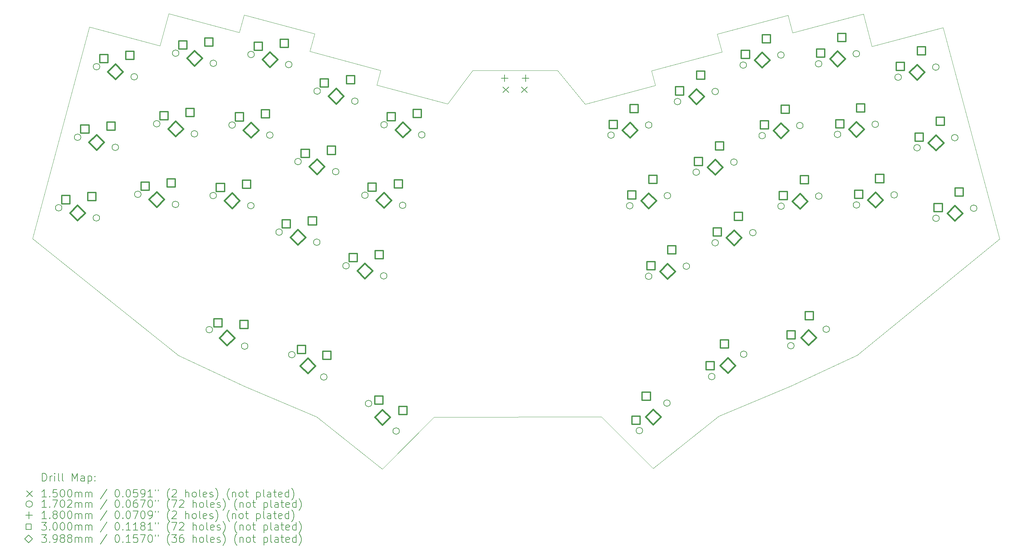
<source format=gbr>
%FSLAX45Y45*%
G04 Gerber Fmt 4.5, Leading zero omitted, Abs format (unit mm)*
G04 Created by KiCad (PCBNEW (6.0.4)) date 2023-02-24 10:49:21*
%MOMM*%
%LPD*%
G01*
G04 APERTURE LIST*
%TA.AperFunction,Profile*%
%ADD10C,0.100000*%
%TD*%
%ADD11C,0.200000*%
%ADD12C,0.150000*%
%ADD13C,0.170180*%
%ADD14C,0.180000*%
%ADD15C,0.300000*%
%ADD16C,0.398780*%
G04 APERTURE END LIST*
D10*
X5887500Y-3002500D02*
X7725000Y-3495000D01*
X17160000Y-13522500D02*
X12800000Y-13532500D01*
X9745000Y-13517500D02*
X7865000Y-12727500D01*
X7725000Y-3495000D02*
X7850000Y-3035000D01*
X20175000Y-3542500D02*
X20297500Y-4002500D01*
X3825000Y-3352500D02*
X5662500Y-3845000D01*
X20212500Y-13507500D02*
X18507500Y-14867500D01*
X23980000Y-3017500D02*
X22140000Y-3507500D01*
X22015000Y-3047500D02*
X20175000Y-3542500D01*
X13805000Y-4487500D02*
X13155000Y-5360000D01*
X11412500Y-4482500D02*
X11310000Y-4865000D01*
X11310000Y-4865000D02*
X13155000Y-5360000D01*
X24205000Y-3857500D02*
X23980000Y-3017500D01*
X2345000Y-8875000D02*
X3825000Y-3352500D01*
X18567500Y-4877500D02*
X16732500Y-5370000D01*
X12800000Y-13532500D02*
X11452500Y-14880000D01*
X26052500Y-3365000D02*
X27530000Y-8885000D01*
X23820000Y-11912500D02*
X22092500Y-12717500D01*
X7865000Y-12727500D02*
X6140000Y-11922500D01*
X5662500Y-3845000D02*
X5887500Y-3002500D01*
X18465000Y-4492500D02*
X18567500Y-4877500D01*
X9567500Y-3990000D02*
X11412500Y-4482500D01*
X11452500Y-14880000D02*
X9745000Y-13517500D01*
X27530000Y-8885000D02*
X23820000Y-11912500D01*
X7850000Y-3035000D02*
X9690000Y-3527500D01*
X22092500Y-12717500D02*
X20212500Y-13507500D01*
X9690000Y-3527500D02*
X9567500Y-3990000D01*
X6140000Y-11922500D02*
X2345000Y-8875000D01*
X18507500Y-14867500D02*
X17160000Y-13522500D01*
X20297500Y-4002500D02*
X18465000Y-4492500D01*
X26052500Y-3365000D02*
X24205000Y-3857500D01*
X22140000Y-3507500D02*
X22015000Y-3047500D01*
X16017500Y-4487500D02*
X13805000Y-4487500D01*
X16732500Y-5370000D02*
X16017500Y-4487500D01*
D11*
D12*
X14592300Y-4914600D02*
X14742300Y-5064600D01*
X14742300Y-4914600D02*
X14592300Y-5064600D01*
X15077300Y-4914600D02*
X15227300Y-5064600D01*
X15227300Y-4914600D02*
X15077300Y-5064600D01*
D13*
X3108048Y-8068813D02*
G75*
G03*
X3108048Y-8068813I-85090J0D01*
G01*
X3601099Y-6228724D02*
G75*
G03*
X3601099Y-6228724I-85090J0D01*
G01*
X4089429Y-8331773D02*
G75*
G03*
X4089429Y-8331773I-85090J0D01*
G01*
X4094149Y-4388635D02*
G75*
G03*
X4094149Y-4388635I-85090J0D01*
G01*
X4582479Y-6491684D02*
G75*
G03*
X4582479Y-6491684I-85090J0D01*
G01*
X5075530Y-4651596D02*
G75*
G03*
X5075530Y-4651596I-85090J0D01*
G01*
X5168685Y-7717033D02*
G75*
G03*
X5168685Y-7717033I-85090J0D01*
G01*
X5661735Y-5876944D02*
G75*
G03*
X5661735Y-5876944I-85090J0D01*
G01*
X6150066Y-7979993D02*
G75*
G03*
X6150066Y-7979993I-85090J0D01*
G01*
X6154786Y-4036856D02*
G75*
G03*
X6154786Y-4036856I-85090J0D01*
G01*
X6643116Y-6139905D02*
G75*
G03*
X6643116Y-6139905I-85090J0D01*
G01*
X7030534Y-11247241D02*
G75*
G03*
X7030534Y-11247241I-85090J0D01*
G01*
X7132036Y-7750061D02*
G75*
G03*
X7132036Y-7750061I-85090J0D01*
G01*
X7136166Y-4299816D02*
G75*
G03*
X7136166Y-4299816I-85090J0D01*
G01*
X7625087Y-5909973D02*
G75*
G03*
X7625087Y-5909973I-85090J0D01*
G01*
X7951343Y-11676621D02*
G75*
G03*
X7951343Y-11676621I-85090J0D01*
G01*
X8113417Y-8013021D02*
G75*
G03*
X8113417Y-8013021I-85090J0D01*
G01*
X8118137Y-4069884D02*
G75*
G03*
X8118137Y-4069884I-85090J0D01*
G01*
X8606467Y-6172933D02*
G75*
G03*
X8606467Y-6172933I-85090J0D01*
G01*
X8848863Y-8703134D02*
G75*
G03*
X8848863Y-8703134I-85090J0D01*
G01*
X9099518Y-4332844D02*
G75*
G03*
X9099518Y-4332844I-85090J0D01*
G01*
X9180492Y-11899120D02*
G75*
G03*
X9180492Y-11899120I-85090J0D01*
G01*
X9341913Y-6863045D02*
G75*
G03*
X9341913Y-6863045I-85090J0D01*
G01*
X9830243Y-8966094D02*
G75*
G03*
X9830243Y-8966094I-85090J0D01*
G01*
X9840397Y-5024412D02*
G75*
G03*
X9840397Y-5024412I-85090J0D01*
G01*
X10012750Y-12481874D02*
G75*
G03*
X10012750Y-12481874I-85090J0D01*
G01*
X10323294Y-7126005D02*
G75*
G03*
X10323294Y-7126005I-85090J0D01*
G01*
X10591666Y-9580992D02*
G75*
G03*
X10591666Y-9580992I-85090J0D01*
G01*
X10821777Y-5287372D02*
G75*
G03*
X10821777Y-5287372I-85090J0D01*
G01*
X11084716Y-7740903D02*
G75*
G03*
X11084716Y-7740903I-85090J0D01*
G01*
X11178743Y-13173216D02*
G75*
G03*
X11178743Y-13173216I-85090J0D01*
G01*
X11573046Y-9843952D02*
G75*
G03*
X11573046Y-9843952I-85090J0D01*
G01*
X11583200Y-5902270D02*
G75*
G03*
X11583200Y-5902270I-85090J0D01*
G01*
X11897164Y-13891636D02*
G75*
G03*
X11897164Y-13891636I-85090J0D01*
G01*
X12066097Y-8003863D02*
G75*
G03*
X12066097Y-8003863I-85090J0D01*
G01*
X12564580Y-6165230D02*
G75*
G03*
X12564580Y-6165230I-85090J0D01*
G01*
X17493568Y-6173318D02*
G75*
G03*
X17493568Y-6173318I-85090J0D01*
G01*
X17981185Y-8014863D02*
G75*
G03*
X17981185Y-8014863I-85090J0D01*
G01*
X18232222Y-13880636D02*
G75*
G03*
X18232222Y-13880636I-85090J0D01*
G01*
X18474235Y-9854952D02*
G75*
G03*
X18474235Y-9854952I-85090J0D01*
G01*
X18474949Y-5910358D02*
G75*
G03*
X18474949Y-5910358I-85090J0D01*
G01*
X18950642Y-13162216D02*
G75*
G03*
X18950642Y-13162216I-85090J0D01*
G01*
X18962566Y-7751903D02*
G75*
G03*
X18962566Y-7751903I-85090J0D01*
G01*
X19225505Y-5298372D02*
G75*
G03*
X19225505Y-5298372I-85090J0D01*
G01*
X19455616Y-9591992D02*
G75*
G03*
X19455616Y-9591992I-85090J0D01*
G01*
X19713122Y-7139917D02*
G75*
G03*
X19713122Y-7139917I-85090J0D01*
G01*
X20116635Y-12470874D02*
G75*
G03*
X20116635Y-12470874I-85090J0D01*
G01*
X20206172Y-8980006D02*
G75*
G03*
X20206172Y-8980006I-85090J0D01*
G01*
X20206885Y-5035412D02*
G75*
G03*
X20206885Y-5035412I-85090J0D01*
G01*
X20694502Y-6876957D02*
G75*
G03*
X20694502Y-6876957I-85090J0D01*
G01*
X20936897Y-4346756D02*
G75*
G03*
X20936897Y-4346756I-85090J0D01*
G01*
X20948894Y-11888120D02*
G75*
G03*
X20948894Y-11888120I-85090J0D01*
G01*
X21187552Y-8717045D02*
G75*
G03*
X21187552Y-8717045I-85090J0D01*
G01*
X21429948Y-6186844D02*
G75*
G03*
X21429948Y-6186844I-85090J0D01*
G01*
X21918278Y-4083795D02*
G75*
G03*
X21918278Y-4083795I-85090J0D01*
G01*
X21922998Y-8026933D02*
G75*
G03*
X21922998Y-8026933I-85090J0D01*
G01*
X22178043Y-11665621D02*
G75*
G03*
X22178043Y-11665621I-85090J0D01*
G01*
X22411328Y-5923884D02*
G75*
G03*
X22411328Y-5923884I-85090J0D01*
G01*
X22900249Y-4313728D02*
G75*
G03*
X22900249Y-4313728I-85090J0D01*
G01*
X22904378Y-7763973D02*
G75*
G03*
X22904378Y-7763973I-85090J0D01*
G01*
X23098851Y-11236241D02*
G75*
G03*
X23098851Y-11236241I-85090J0D01*
G01*
X23393299Y-6153816D02*
G75*
G03*
X23393299Y-6153816I-85090J0D01*
G01*
X23881629Y-4050767D02*
G75*
G03*
X23881629Y-4050767I-85090J0D01*
G01*
X23886349Y-7993905D02*
G75*
G03*
X23886349Y-7993905I-85090J0D01*
G01*
X24374679Y-5890856D02*
G75*
G03*
X24374679Y-5890856I-85090J0D01*
G01*
X24867730Y-7730945D02*
G75*
G03*
X24867730Y-7730945I-85090J0D01*
G01*
X24971752Y-4662595D02*
G75*
G03*
X24971752Y-4662595I-85090J0D01*
G01*
X25464802Y-6502684D02*
G75*
G03*
X25464802Y-6502684I-85090J0D01*
G01*
X25953133Y-4399635D02*
G75*
G03*
X25953133Y-4399635I-85090J0D01*
G01*
X25957853Y-8342773D02*
G75*
G03*
X25957853Y-8342773I-85090J0D01*
G01*
X26446183Y-6239724D02*
G75*
G03*
X26446183Y-6239724I-85090J0D01*
G01*
X26939233Y-8079813D02*
G75*
G03*
X26939233Y-8079813I-85090J0D01*
G01*
D14*
X14637300Y-4596600D02*
X14637300Y-4776600D01*
X14547300Y-4686600D02*
X14727300Y-4686600D01*
X15182300Y-4596600D02*
X15182300Y-4776600D01*
X15092300Y-4686600D02*
X15272300Y-4686600D01*
D15*
X3317438Y-7962405D02*
X3317438Y-7750271D01*
X3105304Y-7750271D01*
X3105304Y-7962405D01*
X3317438Y-7962405D01*
X3810488Y-6122316D02*
X3810488Y-5910182D01*
X3598354Y-5910182D01*
X3598354Y-6122316D01*
X3810488Y-6122316D01*
X3996541Y-7881410D02*
X3996541Y-7669276D01*
X3784407Y-7669276D01*
X3784407Y-7881410D01*
X3996541Y-7881410D01*
X4303539Y-4282227D02*
X4303539Y-4070093D01*
X4091405Y-4070093D01*
X4091405Y-4282227D01*
X4303539Y-4282227D01*
X4489591Y-6041321D02*
X4489591Y-5829187D01*
X4277457Y-5829187D01*
X4277457Y-6041321D01*
X4489591Y-6041321D01*
X4982642Y-4201232D02*
X4982642Y-3989098D01*
X4770508Y-3989098D01*
X4770508Y-4201232D01*
X4982642Y-4201232D01*
X5378075Y-7610625D02*
X5378075Y-7398491D01*
X5165941Y-7398491D01*
X5165941Y-7610625D01*
X5378075Y-7610625D01*
X5871125Y-5770536D02*
X5871125Y-5558402D01*
X5658991Y-5558402D01*
X5658991Y-5770536D01*
X5871125Y-5770536D01*
X6057178Y-7529630D02*
X6057178Y-7317496D01*
X5845044Y-7317496D01*
X5845044Y-7529630D01*
X6057178Y-7529630D01*
X6364175Y-3930448D02*
X6364175Y-3718314D01*
X6152041Y-3718314D01*
X6152041Y-3930448D01*
X6364175Y-3930448D01*
X6550228Y-5689541D02*
X6550228Y-5477407D01*
X6338094Y-5477407D01*
X6338094Y-5689541D01*
X6550228Y-5689541D01*
X7043278Y-3849453D02*
X7043278Y-3637319D01*
X6831144Y-3637319D01*
X6831144Y-3849453D01*
X7043278Y-3849453D01*
X7273957Y-11176778D02*
X7273957Y-10964644D01*
X7061823Y-10964644D01*
X7061823Y-11176778D01*
X7273957Y-11176778D01*
X7341426Y-7643653D02*
X7341426Y-7431519D01*
X7129292Y-7431519D01*
X7129292Y-7643653D01*
X7341426Y-7643653D01*
X7834476Y-5803564D02*
X7834476Y-5591431D01*
X7622342Y-5591431D01*
X7622342Y-5803564D01*
X7834476Y-5803564D01*
X7956807Y-11214938D02*
X7956807Y-11002805D01*
X7744673Y-11002805D01*
X7744673Y-11214938D01*
X7956807Y-11214938D01*
X8020529Y-7562658D02*
X8020529Y-7350524D01*
X7808395Y-7350524D01*
X7808395Y-7562658D01*
X8020529Y-7562658D01*
X8327527Y-3963476D02*
X8327527Y-3751342D01*
X8115393Y-3751342D01*
X8115393Y-3963476D01*
X8327527Y-3963476D01*
X8513579Y-5722569D02*
X8513579Y-5510435D01*
X8301445Y-5510435D01*
X8301445Y-5722569D01*
X8513579Y-5722569D01*
X9006630Y-3882481D02*
X9006630Y-3670347D01*
X8794496Y-3670347D01*
X8794496Y-3882481D01*
X9006630Y-3882481D01*
X9058252Y-8596726D02*
X9058252Y-8384592D01*
X8846118Y-8384592D01*
X8846118Y-8596726D01*
X9058252Y-8596726D01*
X9451189Y-11869967D02*
X9451189Y-11657833D01*
X9239055Y-11657833D01*
X9239055Y-11869967D01*
X9451189Y-11869967D01*
X9551303Y-6756637D02*
X9551303Y-6544503D01*
X9339169Y-6544503D01*
X9339169Y-6756637D01*
X9551303Y-6756637D01*
X9737355Y-8515731D02*
X9737355Y-8303597D01*
X9525221Y-8303597D01*
X9525221Y-8515731D01*
X9737355Y-8515731D01*
X10049786Y-4918004D02*
X10049786Y-4705870D01*
X9837652Y-4705870D01*
X9837652Y-4918004D01*
X10049786Y-4918004D01*
X10117039Y-12026123D02*
X10117039Y-11813989D01*
X9904905Y-11813989D01*
X9904905Y-12026123D01*
X10117039Y-12026123D01*
X10230405Y-6675642D02*
X10230405Y-6463508D01*
X10018271Y-6463508D01*
X10018271Y-6675642D01*
X10230405Y-6675642D01*
X10728889Y-4837009D02*
X10728889Y-4624875D01*
X10516755Y-4624875D01*
X10516755Y-4837009D01*
X10728889Y-4837009D01*
X10801055Y-9474584D02*
X10801055Y-9262450D01*
X10588921Y-9262450D01*
X10588921Y-9474584D01*
X10801055Y-9474584D01*
X11294106Y-7634495D02*
X11294106Y-7422361D01*
X11081972Y-7422361D01*
X11081972Y-7634495D01*
X11294106Y-7634495D01*
X11469128Y-13189480D02*
X11469128Y-12977346D01*
X11256994Y-12977346D01*
X11256994Y-13189480D01*
X11469128Y-13189480D01*
X11480158Y-9393589D02*
X11480158Y-9181455D01*
X11268024Y-9181455D01*
X11268024Y-9393589D01*
X11480158Y-9393589D01*
X11792589Y-5795862D02*
X11792589Y-5583728D01*
X11580455Y-5583728D01*
X11580455Y-5795862D01*
X11792589Y-5795862D01*
X11973209Y-7553500D02*
X11973209Y-7341366D01*
X11761075Y-7341366D01*
X11761075Y-7553500D01*
X11973209Y-7553500D01*
X12097746Y-13458888D02*
X12097746Y-13246754D01*
X11885612Y-13246754D01*
X11885612Y-13458888D01*
X12097746Y-13458888D01*
X12471692Y-5714867D02*
X12471692Y-5502733D01*
X12259558Y-5502733D01*
X12259558Y-5714867D01*
X12471692Y-5714867D01*
X17571478Y-6001170D02*
X17571478Y-5789036D01*
X17359344Y-5789036D01*
X17359344Y-6001170D01*
X17571478Y-6001170D01*
X18059094Y-7842715D02*
X18059094Y-7630581D01*
X17846960Y-7630581D01*
X17846960Y-7842715D01*
X18059094Y-7842715D01*
X18119100Y-5591475D02*
X18119100Y-5379341D01*
X17906966Y-5379341D01*
X17906966Y-5591475D01*
X18119100Y-5591475D01*
X18163396Y-13717296D02*
X18163396Y-13505162D01*
X17951262Y-13505162D01*
X17951262Y-13717296D01*
X18163396Y-13717296D01*
X18432804Y-13088678D02*
X18432804Y-12876544D01*
X18220670Y-12876544D01*
X18220670Y-13088678D01*
X18432804Y-13088678D01*
X18552145Y-9682804D02*
X18552145Y-9470670D01*
X18340011Y-9470670D01*
X18340011Y-9682804D01*
X18552145Y-9682804D01*
X18606717Y-7433019D02*
X18606717Y-7220885D01*
X18394583Y-7220885D01*
X18394583Y-7433019D01*
X18606717Y-7433019D01*
X19099768Y-9273108D02*
X19099768Y-9060974D01*
X18887634Y-9060974D01*
X18887634Y-9273108D01*
X19099768Y-9273108D01*
X19303414Y-5126224D02*
X19303414Y-4914090D01*
X19091280Y-4914090D01*
X19091280Y-5126224D01*
X19303414Y-5126224D01*
X19791031Y-6967769D02*
X19791031Y-6755635D01*
X19578897Y-6755635D01*
X19578897Y-6967769D01*
X19791031Y-6967769D01*
X19851037Y-4716529D02*
X19851037Y-4504395D01*
X19638903Y-4504395D01*
X19638903Y-4716529D01*
X19851037Y-4716529D01*
X20095956Y-12296032D02*
X20095956Y-12083898D01*
X19883822Y-12083898D01*
X19883822Y-12296032D01*
X20095956Y-12296032D01*
X20284081Y-8807857D02*
X20284081Y-8595723D01*
X20071947Y-8595723D01*
X20071947Y-8807857D01*
X20284081Y-8807857D01*
X20338654Y-6558073D02*
X20338654Y-6345939D01*
X20126520Y-6345939D01*
X20126520Y-6558073D01*
X20338654Y-6558073D01*
X20470429Y-11723746D02*
X20470429Y-11511612D01*
X20258295Y-11511612D01*
X20258295Y-11723746D01*
X20470429Y-11723746D01*
X20831704Y-8398162D02*
X20831704Y-8186028D01*
X20619570Y-8186028D01*
X20619570Y-8398162D01*
X20831704Y-8398162D01*
X21014807Y-4174607D02*
X21014807Y-3962473D01*
X20802673Y-3962473D01*
X20802673Y-4174607D01*
X21014807Y-4174607D01*
X21507857Y-6014696D02*
X21507857Y-5802562D01*
X21295723Y-5802562D01*
X21295723Y-6014696D01*
X21507857Y-6014696D01*
X21562430Y-3764912D02*
X21562430Y-3552778D01*
X21350296Y-3552778D01*
X21350296Y-3764912D01*
X21562430Y-3764912D01*
X22000907Y-7854785D02*
X22000907Y-7642651D01*
X21788773Y-7642651D01*
X21788773Y-7854785D01*
X22000907Y-7854785D01*
X22055480Y-5605001D02*
X22055480Y-5392867D01*
X21843346Y-5392867D01*
X21843346Y-5605001D01*
X22055480Y-5605001D01*
X22206776Y-11487813D02*
X22206776Y-11275679D01*
X21994642Y-11275679D01*
X21994642Y-11487813D01*
X22206776Y-11487813D01*
X22548530Y-7445089D02*
X22548530Y-7232955D01*
X22336396Y-7232955D01*
X22336396Y-7445089D01*
X22548530Y-7445089D01*
X22674936Y-10989249D02*
X22674936Y-10777115D01*
X22462802Y-10777115D01*
X22462802Y-10989249D01*
X22674936Y-10989249D01*
X22978158Y-4141579D02*
X22978158Y-3929445D01*
X22766024Y-3929445D01*
X22766024Y-4141579D01*
X22978158Y-4141579D01*
X23471208Y-5981668D02*
X23471208Y-5769534D01*
X23259074Y-5769534D01*
X23259074Y-5981668D01*
X23471208Y-5981668D01*
X23525781Y-3731884D02*
X23525781Y-3519750D01*
X23313647Y-3519750D01*
X23313647Y-3731884D01*
X23525781Y-3731884D01*
X23964259Y-7821757D02*
X23964259Y-7609623D01*
X23752125Y-7609623D01*
X23752125Y-7821757D01*
X23964259Y-7821757D01*
X24018831Y-5571973D02*
X24018831Y-5359839D01*
X23806697Y-5359839D01*
X23806697Y-5571973D01*
X24018831Y-5571973D01*
X24511882Y-7412061D02*
X24511882Y-7199927D01*
X24299748Y-7199927D01*
X24299748Y-7412061D01*
X24511882Y-7412061D01*
X25049661Y-4490447D02*
X25049661Y-4278313D01*
X24837527Y-4278313D01*
X24837527Y-4490447D01*
X25049661Y-4490447D01*
X25542712Y-6330536D02*
X25542712Y-6118402D01*
X25330578Y-6118402D01*
X25330578Y-6330536D01*
X25542712Y-6330536D01*
X25597284Y-4080752D02*
X25597284Y-3868618D01*
X25385150Y-3868618D01*
X25385150Y-4080752D01*
X25597284Y-4080752D01*
X26035762Y-8170625D02*
X26035762Y-7958491D01*
X25823628Y-7958491D01*
X25823628Y-8170625D01*
X26035762Y-8170625D01*
X26090335Y-5920841D02*
X26090335Y-5708707D01*
X25878201Y-5708707D01*
X25878201Y-5920841D01*
X26090335Y-5920841D01*
X26583385Y-7760929D02*
X26583385Y-7548795D01*
X26371251Y-7548795D01*
X26371251Y-7760929D01*
X26583385Y-7760929D01*
D16*
X3513649Y-8399683D02*
X3713039Y-8200293D01*
X3513649Y-8000903D01*
X3314259Y-8200293D01*
X3513649Y-8399683D01*
X4006699Y-6559594D02*
X4206089Y-6360204D01*
X4006699Y-6160814D01*
X3807309Y-6360204D01*
X4006699Y-6559594D01*
X4499749Y-4719506D02*
X4699139Y-4520116D01*
X4499749Y-4320726D01*
X4300359Y-4520116D01*
X4499749Y-4719506D01*
X5574286Y-8047903D02*
X5773675Y-7848513D01*
X5574286Y-7649123D01*
X5374896Y-7848513D01*
X5574286Y-8047903D01*
X6067336Y-6207815D02*
X6266726Y-6008425D01*
X6067336Y-5809035D01*
X5867946Y-6008425D01*
X6067336Y-6207815D01*
X6560386Y-4367726D02*
X6759776Y-4168336D01*
X6560386Y-3968946D01*
X6360996Y-4168336D01*
X6560386Y-4367726D01*
X7405848Y-11661321D02*
X7605238Y-11461931D01*
X7405848Y-11262541D01*
X7206458Y-11461931D01*
X7405848Y-11661321D01*
X7537637Y-8080931D02*
X7737027Y-7881541D01*
X7537637Y-7682151D01*
X7338247Y-7881541D01*
X7537637Y-8080931D01*
X8030687Y-6240843D02*
X8230077Y-6041453D01*
X8030687Y-5842063D01*
X7831297Y-6041453D01*
X8030687Y-6240843D01*
X8523737Y-4400754D02*
X8723127Y-4201364D01*
X8523737Y-4001974D01*
X8324347Y-4201364D01*
X8523737Y-4400754D01*
X9254463Y-9034004D02*
X9453853Y-8834614D01*
X9254463Y-8635224D01*
X9055073Y-8834614D01*
X9254463Y-9034004D01*
X9511531Y-12389887D02*
X9710921Y-12190497D01*
X9511531Y-11991107D01*
X9312141Y-12190497D01*
X9511531Y-12389887D01*
X9747513Y-7193915D02*
X9946903Y-6994525D01*
X9747513Y-6795135D01*
X9548123Y-6994525D01*
X9747513Y-7193915D01*
X10245997Y-5355282D02*
X10445387Y-5155892D01*
X10245997Y-4956502D01*
X10046607Y-5155892D01*
X10245997Y-5355282D01*
X10997266Y-9911862D02*
X11196656Y-9712472D01*
X10997266Y-9513082D01*
X10797876Y-9712472D01*
X10997266Y-9911862D01*
X11452863Y-13731816D02*
X11652253Y-13532426D01*
X11452863Y-13333036D01*
X11253473Y-13532426D01*
X11452863Y-13731816D01*
X11490316Y-8071773D02*
X11689706Y-7872383D01*
X11490316Y-7672993D01*
X11290926Y-7872383D01*
X11490316Y-8071773D01*
X11988800Y-6233140D02*
X12188190Y-6033750D01*
X11988800Y-5834360D01*
X11789410Y-6033750D01*
X11988800Y-6233140D01*
X17899168Y-6241228D02*
X18098558Y-6041838D01*
X17899168Y-5842448D01*
X17699778Y-6041838D01*
X17899168Y-6241228D01*
X18386785Y-8082773D02*
X18586175Y-7883383D01*
X18386785Y-7683993D01*
X18187395Y-7883383D01*
X18386785Y-8082773D01*
X18506342Y-13720816D02*
X18705732Y-13521426D01*
X18506342Y-13322036D01*
X18306952Y-13521426D01*
X18506342Y-13720816D01*
X18879836Y-9922862D02*
X19079226Y-9723472D01*
X18879836Y-9524082D01*
X18680446Y-9723472D01*
X18879836Y-9922862D01*
X19631105Y-5366282D02*
X19830495Y-5166892D01*
X19631105Y-4967502D01*
X19431715Y-5166892D01*
X19631105Y-5366282D01*
X20118722Y-7207827D02*
X20318112Y-7008437D01*
X20118722Y-6809047D01*
X19919332Y-7008437D01*
X20118722Y-7207827D01*
X20447675Y-12378887D02*
X20647065Y-12179497D01*
X20447675Y-11980107D01*
X20248285Y-12179497D01*
X20447675Y-12378887D01*
X20611772Y-9047915D02*
X20811162Y-8848525D01*
X20611772Y-8649135D01*
X20412382Y-8848525D01*
X20611772Y-9047915D01*
X21342498Y-4414666D02*
X21541888Y-4215276D01*
X21342498Y-4015885D01*
X21143108Y-4215276D01*
X21342498Y-4414666D01*
X21835548Y-6254754D02*
X22034938Y-6055364D01*
X21835548Y-5855974D01*
X21636158Y-6055364D01*
X21835548Y-6254754D01*
X22328598Y-8094843D02*
X22527988Y-7895453D01*
X22328598Y-7696063D01*
X22129208Y-7895453D01*
X22328598Y-8094843D01*
X22553357Y-11650321D02*
X22752747Y-11450931D01*
X22553357Y-11251541D01*
X22353967Y-11450931D01*
X22553357Y-11650321D01*
X23305849Y-4381637D02*
X23505239Y-4182247D01*
X23305849Y-3982857D01*
X23106459Y-4182247D01*
X23305849Y-4381637D01*
X23798899Y-6221726D02*
X23998289Y-6022336D01*
X23798899Y-5822946D01*
X23599509Y-6022336D01*
X23798899Y-6221726D01*
X24291949Y-8061815D02*
X24491339Y-7862425D01*
X24291949Y-7663035D01*
X24092559Y-7862425D01*
X24291949Y-8061815D01*
X25377352Y-4730505D02*
X25576742Y-4531115D01*
X25377352Y-4331725D01*
X25177962Y-4531115D01*
X25377352Y-4730505D01*
X25870403Y-6570594D02*
X26069793Y-6371204D01*
X25870403Y-6171814D01*
X25671013Y-6371204D01*
X25870403Y-6570594D01*
X26363453Y-8410683D02*
X26562843Y-8211293D01*
X26363453Y-8011903D01*
X26164063Y-8211293D01*
X26363453Y-8410683D01*
D11*
X2597619Y-15195476D02*
X2597619Y-14995476D01*
X2645238Y-14995476D01*
X2673810Y-15005000D01*
X2692857Y-15024048D01*
X2702381Y-15043095D01*
X2711905Y-15081190D01*
X2711905Y-15109762D01*
X2702381Y-15147857D01*
X2692857Y-15166905D01*
X2673810Y-15185952D01*
X2645238Y-15195476D01*
X2597619Y-15195476D01*
X2797619Y-15195476D02*
X2797619Y-15062143D01*
X2797619Y-15100238D02*
X2807143Y-15081190D01*
X2816667Y-15071667D01*
X2835714Y-15062143D01*
X2854762Y-15062143D01*
X2921428Y-15195476D02*
X2921428Y-15062143D01*
X2921428Y-14995476D02*
X2911905Y-15005000D01*
X2921428Y-15014524D01*
X2930952Y-15005000D01*
X2921428Y-14995476D01*
X2921428Y-15014524D01*
X3045238Y-15195476D02*
X3026190Y-15185952D01*
X3016667Y-15166905D01*
X3016667Y-14995476D01*
X3150000Y-15195476D02*
X3130952Y-15185952D01*
X3121428Y-15166905D01*
X3121428Y-14995476D01*
X3378571Y-15195476D02*
X3378571Y-14995476D01*
X3445238Y-15138333D01*
X3511905Y-14995476D01*
X3511905Y-15195476D01*
X3692857Y-15195476D02*
X3692857Y-15090714D01*
X3683333Y-15071667D01*
X3664286Y-15062143D01*
X3626190Y-15062143D01*
X3607143Y-15071667D01*
X3692857Y-15185952D02*
X3673809Y-15195476D01*
X3626190Y-15195476D01*
X3607143Y-15185952D01*
X3597619Y-15166905D01*
X3597619Y-15147857D01*
X3607143Y-15128809D01*
X3626190Y-15119286D01*
X3673809Y-15119286D01*
X3692857Y-15109762D01*
X3788095Y-15062143D02*
X3788095Y-15262143D01*
X3788095Y-15071667D02*
X3807143Y-15062143D01*
X3845238Y-15062143D01*
X3864286Y-15071667D01*
X3873809Y-15081190D01*
X3883333Y-15100238D01*
X3883333Y-15157381D01*
X3873809Y-15176428D01*
X3864286Y-15185952D01*
X3845238Y-15195476D01*
X3807143Y-15195476D01*
X3788095Y-15185952D01*
X3969048Y-15176428D02*
X3978571Y-15185952D01*
X3969048Y-15195476D01*
X3959524Y-15185952D01*
X3969048Y-15176428D01*
X3969048Y-15195476D01*
X3969048Y-15071667D02*
X3978571Y-15081190D01*
X3969048Y-15090714D01*
X3959524Y-15081190D01*
X3969048Y-15071667D01*
X3969048Y-15090714D01*
D12*
X2190000Y-15450000D02*
X2340000Y-15600000D01*
X2340000Y-15450000D02*
X2190000Y-15600000D01*
D11*
X2702381Y-15615476D02*
X2588095Y-15615476D01*
X2645238Y-15615476D02*
X2645238Y-15415476D01*
X2626190Y-15444048D01*
X2607143Y-15463095D01*
X2588095Y-15472619D01*
X2788095Y-15596428D02*
X2797619Y-15605952D01*
X2788095Y-15615476D01*
X2778571Y-15605952D01*
X2788095Y-15596428D01*
X2788095Y-15615476D01*
X2978571Y-15415476D02*
X2883333Y-15415476D01*
X2873809Y-15510714D01*
X2883333Y-15501190D01*
X2902381Y-15491667D01*
X2950000Y-15491667D01*
X2969048Y-15501190D01*
X2978571Y-15510714D01*
X2988095Y-15529762D01*
X2988095Y-15577381D01*
X2978571Y-15596428D01*
X2969048Y-15605952D01*
X2950000Y-15615476D01*
X2902381Y-15615476D01*
X2883333Y-15605952D01*
X2873809Y-15596428D01*
X3111905Y-15415476D02*
X3130952Y-15415476D01*
X3150000Y-15425000D01*
X3159524Y-15434524D01*
X3169048Y-15453571D01*
X3178571Y-15491667D01*
X3178571Y-15539286D01*
X3169048Y-15577381D01*
X3159524Y-15596428D01*
X3150000Y-15605952D01*
X3130952Y-15615476D01*
X3111905Y-15615476D01*
X3092857Y-15605952D01*
X3083333Y-15596428D01*
X3073809Y-15577381D01*
X3064286Y-15539286D01*
X3064286Y-15491667D01*
X3073809Y-15453571D01*
X3083333Y-15434524D01*
X3092857Y-15425000D01*
X3111905Y-15415476D01*
X3302381Y-15415476D02*
X3321428Y-15415476D01*
X3340476Y-15425000D01*
X3350000Y-15434524D01*
X3359524Y-15453571D01*
X3369048Y-15491667D01*
X3369048Y-15539286D01*
X3359524Y-15577381D01*
X3350000Y-15596428D01*
X3340476Y-15605952D01*
X3321428Y-15615476D01*
X3302381Y-15615476D01*
X3283333Y-15605952D01*
X3273809Y-15596428D01*
X3264286Y-15577381D01*
X3254762Y-15539286D01*
X3254762Y-15491667D01*
X3264286Y-15453571D01*
X3273809Y-15434524D01*
X3283333Y-15425000D01*
X3302381Y-15415476D01*
X3454762Y-15615476D02*
X3454762Y-15482143D01*
X3454762Y-15501190D02*
X3464286Y-15491667D01*
X3483333Y-15482143D01*
X3511905Y-15482143D01*
X3530952Y-15491667D01*
X3540476Y-15510714D01*
X3540476Y-15615476D01*
X3540476Y-15510714D02*
X3550000Y-15491667D01*
X3569048Y-15482143D01*
X3597619Y-15482143D01*
X3616667Y-15491667D01*
X3626190Y-15510714D01*
X3626190Y-15615476D01*
X3721428Y-15615476D02*
X3721428Y-15482143D01*
X3721428Y-15501190D02*
X3730952Y-15491667D01*
X3750000Y-15482143D01*
X3778571Y-15482143D01*
X3797619Y-15491667D01*
X3807143Y-15510714D01*
X3807143Y-15615476D01*
X3807143Y-15510714D02*
X3816667Y-15491667D01*
X3835714Y-15482143D01*
X3864286Y-15482143D01*
X3883333Y-15491667D01*
X3892857Y-15510714D01*
X3892857Y-15615476D01*
X4283333Y-15405952D02*
X4111905Y-15663095D01*
X4540476Y-15415476D02*
X4559524Y-15415476D01*
X4578571Y-15425000D01*
X4588095Y-15434524D01*
X4597619Y-15453571D01*
X4607143Y-15491667D01*
X4607143Y-15539286D01*
X4597619Y-15577381D01*
X4588095Y-15596428D01*
X4578571Y-15605952D01*
X4559524Y-15615476D01*
X4540476Y-15615476D01*
X4521429Y-15605952D01*
X4511905Y-15596428D01*
X4502381Y-15577381D01*
X4492857Y-15539286D01*
X4492857Y-15491667D01*
X4502381Y-15453571D01*
X4511905Y-15434524D01*
X4521429Y-15425000D01*
X4540476Y-15415476D01*
X4692857Y-15596428D02*
X4702381Y-15605952D01*
X4692857Y-15615476D01*
X4683333Y-15605952D01*
X4692857Y-15596428D01*
X4692857Y-15615476D01*
X4826190Y-15415476D02*
X4845238Y-15415476D01*
X4864286Y-15425000D01*
X4873810Y-15434524D01*
X4883333Y-15453571D01*
X4892857Y-15491667D01*
X4892857Y-15539286D01*
X4883333Y-15577381D01*
X4873810Y-15596428D01*
X4864286Y-15605952D01*
X4845238Y-15615476D01*
X4826190Y-15615476D01*
X4807143Y-15605952D01*
X4797619Y-15596428D01*
X4788095Y-15577381D01*
X4778571Y-15539286D01*
X4778571Y-15491667D01*
X4788095Y-15453571D01*
X4797619Y-15434524D01*
X4807143Y-15425000D01*
X4826190Y-15415476D01*
X5073810Y-15415476D02*
X4978571Y-15415476D01*
X4969048Y-15510714D01*
X4978571Y-15501190D01*
X4997619Y-15491667D01*
X5045238Y-15491667D01*
X5064286Y-15501190D01*
X5073810Y-15510714D01*
X5083333Y-15529762D01*
X5083333Y-15577381D01*
X5073810Y-15596428D01*
X5064286Y-15605952D01*
X5045238Y-15615476D01*
X4997619Y-15615476D01*
X4978571Y-15605952D01*
X4969048Y-15596428D01*
X5178571Y-15615476D02*
X5216667Y-15615476D01*
X5235714Y-15605952D01*
X5245238Y-15596428D01*
X5264286Y-15567857D01*
X5273810Y-15529762D01*
X5273810Y-15453571D01*
X5264286Y-15434524D01*
X5254762Y-15425000D01*
X5235714Y-15415476D01*
X5197619Y-15415476D01*
X5178571Y-15425000D01*
X5169048Y-15434524D01*
X5159524Y-15453571D01*
X5159524Y-15501190D01*
X5169048Y-15520238D01*
X5178571Y-15529762D01*
X5197619Y-15539286D01*
X5235714Y-15539286D01*
X5254762Y-15529762D01*
X5264286Y-15520238D01*
X5273810Y-15501190D01*
X5464286Y-15615476D02*
X5350000Y-15615476D01*
X5407143Y-15615476D02*
X5407143Y-15415476D01*
X5388095Y-15444048D01*
X5369048Y-15463095D01*
X5350000Y-15472619D01*
X5540476Y-15415476D02*
X5540476Y-15453571D01*
X5616667Y-15415476D02*
X5616667Y-15453571D01*
X5911905Y-15691667D02*
X5902381Y-15682143D01*
X5883333Y-15653571D01*
X5873809Y-15634524D01*
X5864286Y-15605952D01*
X5854762Y-15558333D01*
X5854762Y-15520238D01*
X5864286Y-15472619D01*
X5873809Y-15444048D01*
X5883333Y-15425000D01*
X5902381Y-15396428D01*
X5911905Y-15386905D01*
X5978571Y-15434524D02*
X5988095Y-15425000D01*
X6007143Y-15415476D01*
X6054762Y-15415476D01*
X6073809Y-15425000D01*
X6083333Y-15434524D01*
X6092857Y-15453571D01*
X6092857Y-15472619D01*
X6083333Y-15501190D01*
X5969048Y-15615476D01*
X6092857Y-15615476D01*
X6330952Y-15615476D02*
X6330952Y-15415476D01*
X6416667Y-15615476D02*
X6416667Y-15510714D01*
X6407143Y-15491667D01*
X6388095Y-15482143D01*
X6359524Y-15482143D01*
X6340476Y-15491667D01*
X6330952Y-15501190D01*
X6540476Y-15615476D02*
X6521428Y-15605952D01*
X6511905Y-15596428D01*
X6502381Y-15577381D01*
X6502381Y-15520238D01*
X6511905Y-15501190D01*
X6521428Y-15491667D01*
X6540476Y-15482143D01*
X6569048Y-15482143D01*
X6588095Y-15491667D01*
X6597619Y-15501190D01*
X6607143Y-15520238D01*
X6607143Y-15577381D01*
X6597619Y-15596428D01*
X6588095Y-15605952D01*
X6569048Y-15615476D01*
X6540476Y-15615476D01*
X6721428Y-15615476D02*
X6702381Y-15605952D01*
X6692857Y-15586905D01*
X6692857Y-15415476D01*
X6873809Y-15605952D02*
X6854762Y-15615476D01*
X6816667Y-15615476D01*
X6797619Y-15605952D01*
X6788095Y-15586905D01*
X6788095Y-15510714D01*
X6797619Y-15491667D01*
X6816667Y-15482143D01*
X6854762Y-15482143D01*
X6873809Y-15491667D01*
X6883333Y-15510714D01*
X6883333Y-15529762D01*
X6788095Y-15548809D01*
X6959524Y-15605952D02*
X6978571Y-15615476D01*
X7016667Y-15615476D01*
X7035714Y-15605952D01*
X7045238Y-15586905D01*
X7045238Y-15577381D01*
X7035714Y-15558333D01*
X7016667Y-15548809D01*
X6988095Y-15548809D01*
X6969048Y-15539286D01*
X6959524Y-15520238D01*
X6959524Y-15510714D01*
X6969048Y-15491667D01*
X6988095Y-15482143D01*
X7016667Y-15482143D01*
X7035714Y-15491667D01*
X7111905Y-15691667D02*
X7121428Y-15682143D01*
X7140476Y-15653571D01*
X7150000Y-15634524D01*
X7159524Y-15605952D01*
X7169048Y-15558333D01*
X7169048Y-15520238D01*
X7159524Y-15472619D01*
X7150000Y-15444048D01*
X7140476Y-15425000D01*
X7121428Y-15396428D01*
X7111905Y-15386905D01*
X7473809Y-15691667D02*
X7464286Y-15682143D01*
X7445238Y-15653571D01*
X7435714Y-15634524D01*
X7426190Y-15605952D01*
X7416667Y-15558333D01*
X7416667Y-15520238D01*
X7426190Y-15472619D01*
X7435714Y-15444048D01*
X7445238Y-15425000D01*
X7464286Y-15396428D01*
X7473809Y-15386905D01*
X7550000Y-15482143D02*
X7550000Y-15615476D01*
X7550000Y-15501190D02*
X7559524Y-15491667D01*
X7578571Y-15482143D01*
X7607143Y-15482143D01*
X7626190Y-15491667D01*
X7635714Y-15510714D01*
X7635714Y-15615476D01*
X7759524Y-15615476D02*
X7740476Y-15605952D01*
X7730952Y-15596428D01*
X7721428Y-15577381D01*
X7721428Y-15520238D01*
X7730952Y-15501190D01*
X7740476Y-15491667D01*
X7759524Y-15482143D01*
X7788095Y-15482143D01*
X7807143Y-15491667D01*
X7816667Y-15501190D01*
X7826190Y-15520238D01*
X7826190Y-15577381D01*
X7816667Y-15596428D01*
X7807143Y-15605952D01*
X7788095Y-15615476D01*
X7759524Y-15615476D01*
X7883333Y-15482143D02*
X7959524Y-15482143D01*
X7911905Y-15415476D02*
X7911905Y-15586905D01*
X7921428Y-15605952D01*
X7940476Y-15615476D01*
X7959524Y-15615476D01*
X8178571Y-15482143D02*
X8178571Y-15682143D01*
X8178571Y-15491667D02*
X8197619Y-15482143D01*
X8235714Y-15482143D01*
X8254762Y-15491667D01*
X8264286Y-15501190D01*
X8273809Y-15520238D01*
X8273809Y-15577381D01*
X8264286Y-15596428D01*
X8254762Y-15605952D01*
X8235714Y-15615476D01*
X8197619Y-15615476D01*
X8178571Y-15605952D01*
X8388095Y-15615476D02*
X8369048Y-15605952D01*
X8359524Y-15586905D01*
X8359524Y-15415476D01*
X8550000Y-15615476D02*
X8550000Y-15510714D01*
X8540476Y-15491667D01*
X8521429Y-15482143D01*
X8483333Y-15482143D01*
X8464286Y-15491667D01*
X8550000Y-15605952D02*
X8530952Y-15615476D01*
X8483333Y-15615476D01*
X8464286Y-15605952D01*
X8454762Y-15586905D01*
X8454762Y-15567857D01*
X8464286Y-15548809D01*
X8483333Y-15539286D01*
X8530952Y-15539286D01*
X8550000Y-15529762D01*
X8616667Y-15482143D02*
X8692857Y-15482143D01*
X8645238Y-15415476D02*
X8645238Y-15586905D01*
X8654762Y-15605952D01*
X8673810Y-15615476D01*
X8692857Y-15615476D01*
X8835714Y-15605952D02*
X8816667Y-15615476D01*
X8778571Y-15615476D01*
X8759524Y-15605952D01*
X8750000Y-15586905D01*
X8750000Y-15510714D01*
X8759524Y-15491667D01*
X8778571Y-15482143D01*
X8816667Y-15482143D01*
X8835714Y-15491667D01*
X8845238Y-15510714D01*
X8845238Y-15529762D01*
X8750000Y-15548809D01*
X9016667Y-15615476D02*
X9016667Y-15415476D01*
X9016667Y-15605952D02*
X8997619Y-15615476D01*
X8959524Y-15615476D01*
X8940476Y-15605952D01*
X8930952Y-15596428D01*
X8921429Y-15577381D01*
X8921429Y-15520238D01*
X8930952Y-15501190D01*
X8940476Y-15491667D01*
X8959524Y-15482143D01*
X8997619Y-15482143D01*
X9016667Y-15491667D01*
X9092857Y-15691667D02*
X9102381Y-15682143D01*
X9121429Y-15653571D01*
X9130952Y-15634524D01*
X9140476Y-15605952D01*
X9150000Y-15558333D01*
X9150000Y-15520238D01*
X9140476Y-15472619D01*
X9130952Y-15444048D01*
X9121429Y-15425000D01*
X9102381Y-15396428D01*
X9092857Y-15386905D01*
D13*
X2340000Y-15795000D02*
G75*
G03*
X2340000Y-15795000I-85090J0D01*
G01*
D11*
X2702381Y-15885476D02*
X2588095Y-15885476D01*
X2645238Y-15885476D02*
X2645238Y-15685476D01*
X2626190Y-15714048D01*
X2607143Y-15733095D01*
X2588095Y-15742619D01*
X2788095Y-15866428D02*
X2797619Y-15875952D01*
X2788095Y-15885476D01*
X2778571Y-15875952D01*
X2788095Y-15866428D01*
X2788095Y-15885476D01*
X2864286Y-15685476D02*
X2997619Y-15685476D01*
X2911905Y-15885476D01*
X3111905Y-15685476D02*
X3130952Y-15685476D01*
X3150000Y-15695000D01*
X3159524Y-15704524D01*
X3169048Y-15723571D01*
X3178571Y-15761667D01*
X3178571Y-15809286D01*
X3169048Y-15847381D01*
X3159524Y-15866428D01*
X3150000Y-15875952D01*
X3130952Y-15885476D01*
X3111905Y-15885476D01*
X3092857Y-15875952D01*
X3083333Y-15866428D01*
X3073809Y-15847381D01*
X3064286Y-15809286D01*
X3064286Y-15761667D01*
X3073809Y-15723571D01*
X3083333Y-15704524D01*
X3092857Y-15695000D01*
X3111905Y-15685476D01*
X3254762Y-15704524D02*
X3264286Y-15695000D01*
X3283333Y-15685476D01*
X3330952Y-15685476D01*
X3350000Y-15695000D01*
X3359524Y-15704524D01*
X3369048Y-15723571D01*
X3369048Y-15742619D01*
X3359524Y-15771190D01*
X3245238Y-15885476D01*
X3369048Y-15885476D01*
X3454762Y-15885476D02*
X3454762Y-15752143D01*
X3454762Y-15771190D02*
X3464286Y-15761667D01*
X3483333Y-15752143D01*
X3511905Y-15752143D01*
X3530952Y-15761667D01*
X3540476Y-15780714D01*
X3540476Y-15885476D01*
X3540476Y-15780714D02*
X3550000Y-15761667D01*
X3569048Y-15752143D01*
X3597619Y-15752143D01*
X3616667Y-15761667D01*
X3626190Y-15780714D01*
X3626190Y-15885476D01*
X3721428Y-15885476D02*
X3721428Y-15752143D01*
X3721428Y-15771190D02*
X3730952Y-15761667D01*
X3750000Y-15752143D01*
X3778571Y-15752143D01*
X3797619Y-15761667D01*
X3807143Y-15780714D01*
X3807143Y-15885476D01*
X3807143Y-15780714D02*
X3816667Y-15761667D01*
X3835714Y-15752143D01*
X3864286Y-15752143D01*
X3883333Y-15761667D01*
X3892857Y-15780714D01*
X3892857Y-15885476D01*
X4283333Y-15675952D02*
X4111905Y-15933095D01*
X4540476Y-15685476D02*
X4559524Y-15685476D01*
X4578571Y-15695000D01*
X4588095Y-15704524D01*
X4597619Y-15723571D01*
X4607143Y-15761667D01*
X4607143Y-15809286D01*
X4597619Y-15847381D01*
X4588095Y-15866428D01*
X4578571Y-15875952D01*
X4559524Y-15885476D01*
X4540476Y-15885476D01*
X4521429Y-15875952D01*
X4511905Y-15866428D01*
X4502381Y-15847381D01*
X4492857Y-15809286D01*
X4492857Y-15761667D01*
X4502381Y-15723571D01*
X4511905Y-15704524D01*
X4521429Y-15695000D01*
X4540476Y-15685476D01*
X4692857Y-15866428D02*
X4702381Y-15875952D01*
X4692857Y-15885476D01*
X4683333Y-15875952D01*
X4692857Y-15866428D01*
X4692857Y-15885476D01*
X4826190Y-15685476D02*
X4845238Y-15685476D01*
X4864286Y-15695000D01*
X4873810Y-15704524D01*
X4883333Y-15723571D01*
X4892857Y-15761667D01*
X4892857Y-15809286D01*
X4883333Y-15847381D01*
X4873810Y-15866428D01*
X4864286Y-15875952D01*
X4845238Y-15885476D01*
X4826190Y-15885476D01*
X4807143Y-15875952D01*
X4797619Y-15866428D01*
X4788095Y-15847381D01*
X4778571Y-15809286D01*
X4778571Y-15761667D01*
X4788095Y-15723571D01*
X4797619Y-15704524D01*
X4807143Y-15695000D01*
X4826190Y-15685476D01*
X5064286Y-15685476D02*
X5026190Y-15685476D01*
X5007143Y-15695000D01*
X4997619Y-15704524D01*
X4978571Y-15733095D01*
X4969048Y-15771190D01*
X4969048Y-15847381D01*
X4978571Y-15866428D01*
X4988095Y-15875952D01*
X5007143Y-15885476D01*
X5045238Y-15885476D01*
X5064286Y-15875952D01*
X5073810Y-15866428D01*
X5083333Y-15847381D01*
X5083333Y-15799762D01*
X5073810Y-15780714D01*
X5064286Y-15771190D01*
X5045238Y-15761667D01*
X5007143Y-15761667D01*
X4988095Y-15771190D01*
X4978571Y-15780714D01*
X4969048Y-15799762D01*
X5150000Y-15685476D02*
X5283333Y-15685476D01*
X5197619Y-15885476D01*
X5397619Y-15685476D02*
X5416667Y-15685476D01*
X5435714Y-15695000D01*
X5445238Y-15704524D01*
X5454762Y-15723571D01*
X5464286Y-15761667D01*
X5464286Y-15809286D01*
X5454762Y-15847381D01*
X5445238Y-15866428D01*
X5435714Y-15875952D01*
X5416667Y-15885476D01*
X5397619Y-15885476D01*
X5378571Y-15875952D01*
X5369048Y-15866428D01*
X5359524Y-15847381D01*
X5350000Y-15809286D01*
X5350000Y-15761667D01*
X5359524Y-15723571D01*
X5369048Y-15704524D01*
X5378571Y-15695000D01*
X5397619Y-15685476D01*
X5540476Y-15685476D02*
X5540476Y-15723571D01*
X5616667Y-15685476D02*
X5616667Y-15723571D01*
X5911905Y-15961667D02*
X5902381Y-15952143D01*
X5883333Y-15923571D01*
X5873809Y-15904524D01*
X5864286Y-15875952D01*
X5854762Y-15828333D01*
X5854762Y-15790238D01*
X5864286Y-15742619D01*
X5873809Y-15714048D01*
X5883333Y-15695000D01*
X5902381Y-15666428D01*
X5911905Y-15656905D01*
X5969048Y-15685476D02*
X6102381Y-15685476D01*
X6016667Y-15885476D01*
X6169048Y-15704524D02*
X6178571Y-15695000D01*
X6197619Y-15685476D01*
X6245238Y-15685476D01*
X6264286Y-15695000D01*
X6273809Y-15704524D01*
X6283333Y-15723571D01*
X6283333Y-15742619D01*
X6273809Y-15771190D01*
X6159524Y-15885476D01*
X6283333Y-15885476D01*
X6521428Y-15885476D02*
X6521428Y-15685476D01*
X6607143Y-15885476D02*
X6607143Y-15780714D01*
X6597619Y-15761667D01*
X6578571Y-15752143D01*
X6550000Y-15752143D01*
X6530952Y-15761667D01*
X6521428Y-15771190D01*
X6730952Y-15885476D02*
X6711905Y-15875952D01*
X6702381Y-15866428D01*
X6692857Y-15847381D01*
X6692857Y-15790238D01*
X6702381Y-15771190D01*
X6711905Y-15761667D01*
X6730952Y-15752143D01*
X6759524Y-15752143D01*
X6778571Y-15761667D01*
X6788095Y-15771190D01*
X6797619Y-15790238D01*
X6797619Y-15847381D01*
X6788095Y-15866428D01*
X6778571Y-15875952D01*
X6759524Y-15885476D01*
X6730952Y-15885476D01*
X6911905Y-15885476D02*
X6892857Y-15875952D01*
X6883333Y-15856905D01*
X6883333Y-15685476D01*
X7064286Y-15875952D02*
X7045238Y-15885476D01*
X7007143Y-15885476D01*
X6988095Y-15875952D01*
X6978571Y-15856905D01*
X6978571Y-15780714D01*
X6988095Y-15761667D01*
X7007143Y-15752143D01*
X7045238Y-15752143D01*
X7064286Y-15761667D01*
X7073809Y-15780714D01*
X7073809Y-15799762D01*
X6978571Y-15818809D01*
X7150000Y-15875952D02*
X7169048Y-15885476D01*
X7207143Y-15885476D01*
X7226190Y-15875952D01*
X7235714Y-15856905D01*
X7235714Y-15847381D01*
X7226190Y-15828333D01*
X7207143Y-15818809D01*
X7178571Y-15818809D01*
X7159524Y-15809286D01*
X7150000Y-15790238D01*
X7150000Y-15780714D01*
X7159524Y-15761667D01*
X7178571Y-15752143D01*
X7207143Y-15752143D01*
X7226190Y-15761667D01*
X7302381Y-15961667D02*
X7311905Y-15952143D01*
X7330952Y-15923571D01*
X7340476Y-15904524D01*
X7350000Y-15875952D01*
X7359524Y-15828333D01*
X7359524Y-15790238D01*
X7350000Y-15742619D01*
X7340476Y-15714048D01*
X7330952Y-15695000D01*
X7311905Y-15666428D01*
X7302381Y-15656905D01*
X7664286Y-15961667D02*
X7654762Y-15952143D01*
X7635714Y-15923571D01*
X7626190Y-15904524D01*
X7616667Y-15875952D01*
X7607143Y-15828333D01*
X7607143Y-15790238D01*
X7616667Y-15742619D01*
X7626190Y-15714048D01*
X7635714Y-15695000D01*
X7654762Y-15666428D01*
X7664286Y-15656905D01*
X7740476Y-15752143D02*
X7740476Y-15885476D01*
X7740476Y-15771190D02*
X7750000Y-15761667D01*
X7769048Y-15752143D01*
X7797619Y-15752143D01*
X7816667Y-15761667D01*
X7826190Y-15780714D01*
X7826190Y-15885476D01*
X7950000Y-15885476D02*
X7930952Y-15875952D01*
X7921428Y-15866428D01*
X7911905Y-15847381D01*
X7911905Y-15790238D01*
X7921428Y-15771190D01*
X7930952Y-15761667D01*
X7950000Y-15752143D01*
X7978571Y-15752143D01*
X7997619Y-15761667D01*
X8007143Y-15771190D01*
X8016667Y-15790238D01*
X8016667Y-15847381D01*
X8007143Y-15866428D01*
X7997619Y-15875952D01*
X7978571Y-15885476D01*
X7950000Y-15885476D01*
X8073809Y-15752143D02*
X8150000Y-15752143D01*
X8102381Y-15685476D02*
X8102381Y-15856905D01*
X8111905Y-15875952D01*
X8130952Y-15885476D01*
X8150000Y-15885476D01*
X8369048Y-15752143D02*
X8369048Y-15952143D01*
X8369048Y-15761667D02*
X8388095Y-15752143D01*
X8426190Y-15752143D01*
X8445238Y-15761667D01*
X8454762Y-15771190D01*
X8464286Y-15790238D01*
X8464286Y-15847381D01*
X8454762Y-15866428D01*
X8445238Y-15875952D01*
X8426190Y-15885476D01*
X8388095Y-15885476D01*
X8369048Y-15875952D01*
X8578571Y-15885476D02*
X8559524Y-15875952D01*
X8550000Y-15856905D01*
X8550000Y-15685476D01*
X8740476Y-15885476D02*
X8740476Y-15780714D01*
X8730952Y-15761667D01*
X8711905Y-15752143D01*
X8673810Y-15752143D01*
X8654762Y-15761667D01*
X8740476Y-15875952D02*
X8721429Y-15885476D01*
X8673810Y-15885476D01*
X8654762Y-15875952D01*
X8645238Y-15856905D01*
X8645238Y-15837857D01*
X8654762Y-15818809D01*
X8673810Y-15809286D01*
X8721429Y-15809286D01*
X8740476Y-15799762D01*
X8807143Y-15752143D02*
X8883333Y-15752143D01*
X8835714Y-15685476D02*
X8835714Y-15856905D01*
X8845238Y-15875952D01*
X8864286Y-15885476D01*
X8883333Y-15885476D01*
X9026190Y-15875952D02*
X9007143Y-15885476D01*
X8969048Y-15885476D01*
X8950000Y-15875952D01*
X8940476Y-15856905D01*
X8940476Y-15780714D01*
X8950000Y-15761667D01*
X8969048Y-15752143D01*
X9007143Y-15752143D01*
X9026190Y-15761667D01*
X9035714Y-15780714D01*
X9035714Y-15799762D01*
X8940476Y-15818809D01*
X9207143Y-15885476D02*
X9207143Y-15685476D01*
X9207143Y-15875952D02*
X9188095Y-15885476D01*
X9150000Y-15885476D01*
X9130952Y-15875952D01*
X9121429Y-15866428D01*
X9111905Y-15847381D01*
X9111905Y-15790238D01*
X9121429Y-15771190D01*
X9130952Y-15761667D01*
X9150000Y-15752143D01*
X9188095Y-15752143D01*
X9207143Y-15761667D01*
X9283333Y-15961667D02*
X9292857Y-15952143D01*
X9311905Y-15923571D01*
X9321429Y-15904524D01*
X9330952Y-15875952D01*
X9340476Y-15828333D01*
X9340476Y-15790238D01*
X9330952Y-15742619D01*
X9321429Y-15714048D01*
X9311905Y-15695000D01*
X9292857Y-15666428D01*
X9283333Y-15656905D01*
D14*
X2250000Y-15995180D02*
X2250000Y-16175180D01*
X2160000Y-16085180D02*
X2340000Y-16085180D01*
D11*
X2702381Y-16175656D02*
X2588095Y-16175656D01*
X2645238Y-16175656D02*
X2645238Y-15975656D01*
X2626190Y-16004228D01*
X2607143Y-16023275D01*
X2588095Y-16032799D01*
X2788095Y-16156608D02*
X2797619Y-16166132D01*
X2788095Y-16175656D01*
X2778571Y-16166132D01*
X2788095Y-16156608D01*
X2788095Y-16175656D01*
X2911905Y-16061370D02*
X2892857Y-16051847D01*
X2883333Y-16042323D01*
X2873809Y-16023275D01*
X2873809Y-16013751D01*
X2883333Y-15994704D01*
X2892857Y-15985180D01*
X2911905Y-15975656D01*
X2950000Y-15975656D01*
X2969048Y-15985180D01*
X2978571Y-15994704D01*
X2988095Y-16013751D01*
X2988095Y-16023275D01*
X2978571Y-16042323D01*
X2969048Y-16051847D01*
X2950000Y-16061370D01*
X2911905Y-16061370D01*
X2892857Y-16070894D01*
X2883333Y-16080418D01*
X2873809Y-16099466D01*
X2873809Y-16137561D01*
X2883333Y-16156608D01*
X2892857Y-16166132D01*
X2911905Y-16175656D01*
X2950000Y-16175656D01*
X2969048Y-16166132D01*
X2978571Y-16156608D01*
X2988095Y-16137561D01*
X2988095Y-16099466D01*
X2978571Y-16080418D01*
X2969048Y-16070894D01*
X2950000Y-16061370D01*
X3111905Y-15975656D02*
X3130952Y-15975656D01*
X3150000Y-15985180D01*
X3159524Y-15994704D01*
X3169048Y-16013751D01*
X3178571Y-16051847D01*
X3178571Y-16099466D01*
X3169048Y-16137561D01*
X3159524Y-16156608D01*
X3150000Y-16166132D01*
X3130952Y-16175656D01*
X3111905Y-16175656D01*
X3092857Y-16166132D01*
X3083333Y-16156608D01*
X3073809Y-16137561D01*
X3064286Y-16099466D01*
X3064286Y-16051847D01*
X3073809Y-16013751D01*
X3083333Y-15994704D01*
X3092857Y-15985180D01*
X3111905Y-15975656D01*
X3302381Y-15975656D02*
X3321428Y-15975656D01*
X3340476Y-15985180D01*
X3350000Y-15994704D01*
X3359524Y-16013751D01*
X3369048Y-16051847D01*
X3369048Y-16099466D01*
X3359524Y-16137561D01*
X3350000Y-16156608D01*
X3340476Y-16166132D01*
X3321428Y-16175656D01*
X3302381Y-16175656D01*
X3283333Y-16166132D01*
X3273809Y-16156608D01*
X3264286Y-16137561D01*
X3254762Y-16099466D01*
X3254762Y-16051847D01*
X3264286Y-16013751D01*
X3273809Y-15994704D01*
X3283333Y-15985180D01*
X3302381Y-15975656D01*
X3454762Y-16175656D02*
X3454762Y-16042323D01*
X3454762Y-16061370D02*
X3464286Y-16051847D01*
X3483333Y-16042323D01*
X3511905Y-16042323D01*
X3530952Y-16051847D01*
X3540476Y-16070894D01*
X3540476Y-16175656D01*
X3540476Y-16070894D02*
X3550000Y-16051847D01*
X3569048Y-16042323D01*
X3597619Y-16042323D01*
X3616667Y-16051847D01*
X3626190Y-16070894D01*
X3626190Y-16175656D01*
X3721428Y-16175656D02*
X3721428Y-16042323D01*
X3721428Y-16061370D02*
X3730952Y-16051847D01*
X3750000Y-16042323D01*
X3778571Y-16042323D01*
X3797619Y-16051847D01*
X3807143Y-16070894D01*
X3807143Y-16175656D01*
X3807143Y-16070894D02*
X3816667Y-16051847D01*
X3835714Y-16042323D01*
X3864286Y-16042323D01*
X3883333Y-16051847D01*
X3892857Y-16070894D01*
X3892857Y-16175656D01*
X4283333Y-15966132D02*
X4111905Y-16223275D01*
X4540476Y-15975656D02*
X4559524Y-15975656D01*
X4578571Y-15985180D01*
X4588095Y-15994704D01*
X4597619Y-16013751D01*
X4607143Y-16051847D01*
X4607143Y-16099466D01*
X4597619Y-16137561D01*
X4588095Y-16156608D01*
X4578571Y-16166132D01*
X4559524Y-16175656D01*
X4540476Y-16175656D01*
X4521429Y-16166132D01*
X4511905Y-16156608D01*
X4502381Y-16137561D01*
X4492857Y-16099466D01*
X4492857Y-16051847D01*
X4502381Y-16013751D01*
X4511905Y-15994704D01*
X4521429Y-15985180D01*
X4540476Y-15975656D01*
X4692857Y-16156608D02*
X4702381Y-16166132D01*
X4692857Y-16175656D01*
X4683333Y-16166132D01*
X4692857Y-16156608D01*
X4692857Y-16175656D01*
X4826190Y-15975656D02*
X4845238Y-15975656D01*
X4864286Y-15985180D01*
X4873810Y-15994704D01*
X4883333Y-16013751D01*
X4892857Y-16051847D01*
X4892857Y-16099466D01*
X4883333Y-16137561D01*
X4873810Y-16156608D01*
X4864286Y-16166132D01*
X4845238Y-16175656D01*
X4826190Y-16175656D01*
X4807143Y-16166132D01*
X4797619Y-16156608D01*
X4788095Y-16137561D01*
X4778571Y-16099466D01*
X4778571Y-16051847D01*
X4788095Y-16013751D01*
X4797619Y-15994704D01*
X4807143Y-15985180D01*
X4826190Y-15975656D01*
X4959524Y-15975656D02*
X5092857Y-15975656D01*
X5007143Y-16175656D01*
X5207143Y-15975656D02*
X5226190Y-15975656D01*
X5245238Y-15985180D01*
X5254762Y-15994704D01*
X5264286Y-16013751D01*
X5273810Y-16051847D01*
X5273810Y-16099466D01*
X5264286Y-16137561D01*
X5254762Y-16156608D01*
X5245238Y-16166132D01*
X5226190Y-16175656D01*
X5207143Y-16175656D01*
X5188095Y-16166132D01*
X5178571Y-16156608D01*
X5169048Y-16137561D01*
X5159524Y-16099466D01*
X5159524Y-16051847D01*
X5169048Y-16013751D01*
X5178571Y-15994704D01*
X5188095Y-15985180D01*
X5207143Y-15975656D01*
X5369048Y-16175656D02*
X5407143Y-16175656D01*
X5426190Y-16166132D01*
X5435714Y-16156608D01*
X5454762Y-16128037D01*
X5464286Y-16089942D01*
X5464286Y-16013751D01*
X5454762Y-15994704D01*
X5445238Y-15985180D01*
X5426190Y-15975656D01*
X5388095Y-15975656D01*
X5369048Y-15985180D01*
X5359524Y-15994704D01*
X5350000Y-16013751D01*
X5350000Y-16061370D01*
X5359524Y-16080418D01*
X5369048Y-16089942D01*
X5388095Y-16099466D01*
X5426190Y-16099466D01*
X5445238Y-16089942D01*
X5454762Y-16080418D01*
X5464286Y-16061370D01*
X5540476Y-15975656D02*
X5540476Y-16013751D01*
X5616667Y-15975656D02*
X5616667Y-16013751D01*
X5911905Y-16251847D02*
X5902381Y-16242323D01*
X5883333Y-16213751D01*
X5873809Y-16194704D01*
X5864286Y-16166132D01*
X5854762Y-16118513D01*
X5854762Y-16080418D01*
X5864286Y-16032799D01*
X5873809Y-16004228D01*
X5883333Y-15985180D01*
X5902381Y-15956608D01*
X5911905Y-15947085D01*
X5978571Y-15994704D02*
X5988095Y-15985180D01*
X6007143Y-15975656D01*
X6054762Y-15975656D01*
X6073809Y-15985180D01*
X6083333Y-15994704D01*
X6092857Y-16013751D01*
X6092857Y-16032799D01*
X6083333Y-16061370D01*
X5969048Y-16175656D01*
X6092857Y-16175656D01*
X6330952Y-16175656D02*
X6330952Y-15975656D01*
X6416667Y-16175656D02*
X6416667Y-16070894D01*
X6407143Y-16051847D01*
X6388095Y-16042323D01*
X6359524Y-16042323D01*
X6340476Y-16051847D01*
X6330952Y-16061370D01*
X6540476Y-16175656D02*
X6521428Y-16166132D01*
X6511905Y-16156608D01*
X6502381Y-16137561D01*
X6502381Y-16080418D01*
X6511905Y-16061370D01*
X6521428Y-16051847D01*
X6540476Y-16042323D01*
X6569048Y-16042323D01*
X6588095Y-16051847D01*
X6597619Y-16061370D01*
X6607143Y-16080418D01*
X6607143Y-16137561D01*
X6597619Y-16156608D01*
X6588095Y-16166132D01*
X6569048Y-16175656D01*
X6540476Y-16175656D01*
X6721428Y-16175656D02*
X6702381Y-16166132D01*
X6692857Y-16147085D01*
X6692857Y-15975656D01*
X6873809Y-16166132D02*
X6854762Y-16175656D01*
X6816667Y-16175656D01*
X6797619Y-16166132D01*
X6788095Y-16147085D01*
X6788095Y-16070894D01*
X6797619Y-16051847D01*
X6816667Y-16042323D01*
X6854762Y-16042323D01*
X6873809Y-16051847D01*
X6883333Y-16070894D01*
X6883333Y-16089942D01*
X6788095Y-16108989D01*
X6959524Y-16166132D02*
X6978571Y-16175656D01*
X7016667Y-16175656D01*
X7035714Y-16166132D01*
X7045238Y-16147085D01*
X7045238Y-16137561D01*
X7035714Y-16118513D01*
X7016667Y-16108989D01*
X6988095Y-16108989D01*
X6969048Y-16099466D01*
X6959524Y-16080418D01*
X6959524Y-16070894D01*
X6969048Y-16051847D01*
X6988095Y-16042323D01*
X7016667Y-16042323D01*
X7035714Y-16051847D01*
X7111905Y-16251847D02*
X7121428Y-16242323D01*
X7140476Y-16213751D01*
X7150000Y-16194704D01*
X7159524Y-16166132D01*
X7169048Y-16118513D01*
X7169048Y-16080418D01*
X7159524Y-16032799D01*
X7150000Y-16004228D01*
X7140476Y-15985180D01*
X7121428Y-15956608D01*
X7111905Y-15947085D01*
X7473809Y-16251847D02*
X7464286Y-16242323D01*
X7445238Y-16213751D01*
X7435714Y-16194704D01*
X7426190Y-16166132D01*
X7416667Y-16118513D01*
X7416667Y-16080418D01*
X7426190Y-16032799D01*
X7435714Y-16004228D01*
X7445238Y-15985180D01*
X7464286Y-15956608D01*
X7473809Y-15947085D01*
X7550000Y-16042323D02*
X7550000Y-16175656D01*
X7550000Y-16061370D02*
X7559524Y-16051847D01*
X7578571Y-16042323D01*
X7607143Y-16042323D01*
X7626190Y-16051847D01*
X7635714Y-16070894D01*
X7635714Y-16175656D01*
X7759524Y-16175656D02*
X7740476Y-16166132D01*
X7730952Y-16156608D01*
X7721428Y-16137561D01*
X7721428Y-16080418D01*
X7730952Y-16061370D01*
X7740476Y-16051847D01*
X7759524Y-16042323D01*
X7788095Y-16042323D01*
X7807143Y-16051847D01*
X7816667Y-16061370D01*
X7826190Y-16080418D01*
X7826190Y-16137561D01*
X7816667Y-16156608D01*
X7807143Y-16166132D01*
X7788095Y-16175656D01*
X7759524Y-16175656D01*
X7883333Y-16042323D02*
X7959524Y-16042323D01*
X7911905Y-15975656D02*
X7911905Y-16147085D01*
X7921428Y-16166132D01*
X7940476Y-16175656D01*
X7959524Y-16175656D01*
X8178571Y-16042323D02*
X8178571Y-16242323D01*
X8178571Y-16051847D02*
X8197619Y-16042323D01*
X8235714Y-16042323D01*
X8254762Y-16051847D01*
X8264286Y-16061370D01*
X8273809Y-16080418D01*
X8273809Y-16137561D01*
X8264286Y-16156608D01*
X8254762Y-16166132D01*
X8235714Y-16175656D01*
X8197619Y-16175656D01*
X8178571Y-16166132D01*
X8388095Y-16175656D02*
X8369048Y-16166132D01*
X8359524Y-16147085D01*
X8359524Y-15975656D01*
X8550000Y-16175656D02*
X8550000Y-16070894D01*
X8540476Y-16051847D01*
X8521429Y-16042323D01*
X8483333Y-16042323D01*
X8464286Y-16051847D01*
X8550000Y-16166132D02*
X8530952Y-16175656D01*
X8483333Y-16175656D01*
X8464286Y-16166132D01*
X8454762Y-16147085D01*
X8454762Y-16128037D01*
X8464286Y-16108989D01*
X8483333Y-16099466D01*
X8530952Y-16099466D01*
X8550000Y-16089942D01*
X8616667Y-16042323D02*
X8692857Y-16042323D01*
X8645238Y-15975656D02*
X8645238Y-16147085D01*
X8654762Y-16166132D01*
X8673810Y-16175656D01*
X8692857Y-16175656D01*
X8835714Y-16166132D02*
X8816667Y-16175656D01*
X8778571Y-16175656D01*
X8759524Y-16166132D01*
X8750000Y-16147085D01*
X8750000Y-16070894D01*
X8759524Y-16051847D01*
X8778571Y-16042323D01*
X8816667Y-16042323D01*
X8835714Y-16051847D01*
X8845238Y-16070894D01*
X8845238Y-16089942D01*
X8750000Y-16108989D01*
X9016667Y-16175656D02*
X9016667Y-15975656D01*
X9016667Y-16166132D02*
X8997619Y-16175656D01*
X8959524Y-16175656D01*
X8940476Y-16166132D01*
X8930952Y-16156608D01*
X8921429Y-16137561D01*
X8921429Y-16080418D01*
X8930952Y-16061370D01*
X8940476Y-16051847D01*
X8959524Y-16042323D01*
X8997619Y-16042323D01*
X9016667Y-16051847D01*
X9092857Y-16251847D02*
X9102381Y-16242323D01*
X9121429Y-16213751D01*
X9130952Y-16194704D01*
X9140476Y-16166132D01*
X9150000Y-16118513D01*
X9150000Y-16080418D01*
X9140476Y-16032799D01*
X9130952Y-16004228D01*
X9121429Y-15985180D01*
X9102381Y-15956608D01*
X9092857Y-15947085D01*
X2310711Y-16455891D02*
X2310711Y-16314469D01*
X2169289Y-16314469D01*
X2169289Y-16455891D01*
X2310711Y-16455891D01*
X2578571Y-16275656D02*
X2702381Y-16275656D01*
X2635714Y-16351847D01*
X2664286Y-16351847D01*
X2683333Y-16361370D01*
X2692857Y-16370894D01*
X2702381Y-16389942D01*
X2702381Y-16437561D01*
X2692857Y-16456608D01*
X2683333Y-16466132D01*
X2664286Y-16475656D01*
X2607143Y-16475656D01*
X2588095Y-16466132D01*
X2578571Y-16456608D01*
X2788095Y-16456608D02*
X2797619Y-16466132D01*
X2788095Y-16475656D01*
X2778571Y-16466132D01*
X2788095Y-16456608D01*
X2788095Y-16475656D01*
X2921428Y-16275656D02*
X2940476Y-16275656D01*
X2959524Y-16285180D01*
X2969048Y-16294704D01*
X2978571Y-16313751D01*
X2988095Y-16351847D01*
X2988095Y-16399466D01*
X2978571Y-16437561D01*
X2969048Y-16456608D01*
X2959524Y-16466132D01*
X2940476Y-16475656D01*
X2921428Y-16475656D01*
X2902381Y-16466132D01*
X2892857Y-16456608D01*
X2883333Y-16437561D01*
X2873809Y-16399466D01*
X2873809Y-16351847D01*
X2883333Y-16313751D01*
X2892857Y-16294704D01*
X2902381Y-16285180D01*
X2921428Y-16275656D01*
X3111905Y-16275656D02*
X3130952Y-16275656D01*
X3150000Y-16285180D01*
X3159524Y-16294704D01*
X3169048Y-16313751D01*
X3178571Y-16351847D01*
X3178571Y-16399466D01*
X3169048Y-16437561D01*
X3159524Y-16456608D01*
X3150000Y-16466132D01*
X3130952Y-16475656D01*
X3111905Y-16475656D01*
X3092857Y-16466132D01*
X3083333Y-16456608D01*
X3073809Y-16437561D01*
X3064286Y-16399466D01*
X3064286Y-16351847D01*
X3073809Y-16313751D01*
X3083333Y-16294704D01*
X3092857Y-16285180D01*
X3111905Y-16275656D01*
X3302381Y-16275656D02*
X3321428Y-16275656D01*
X3340476Y-16285180D01*
X3350000Y-16294704D01*
X3359524Y-16313751D01*
X3369048Y-16351847D01*
X3369048Y-16399466D01*
X3359524Y-16437561D01*
X3350000Y-16456608D01*
X3340476Y-16466132D01*
X3321428Y-16475656D01*
X3302381Y-16475656D01*
X3283333Y-16466132D01*
X3273809Y-16456608D01*
X3264286Y-16437561D01*
X3254762Y-16399466D01*
X3254762Y-16351847D01*
X3264286Y-16313751D01*
X3273809Y-16294704D01*
X3283333Y-16285180D01*
X3302381Y-16275656D01*
X3454762Y-16475656D02*
X3454762Y-16342323D01*
X3454762Y-16361370D02*
X3464286Y-16351847D01*
X3483333Y-16342323D01*
X3511905Y-16342323D01*
X3530952Y-16351847D01*
X3540476Y-16370894D01*
X3540476Y-16475656D01*
X3540476Y-16370894D02*
X3550000Y-16351847D01*
X3569048Y-16342323D01*
X3597619Y-16342323D01*
X3616667Y-16351847D01*
X3626190Y-16370894D01*
X3626190Y-16475656D01*
X3721428Y-16475656D02*
X3721428Y-16342323D01*
X3721428Y-16361370D02*
X3730952Y-16351847D01*
X3750000Y-16342323D01*
X3778571Y-16342323D01*
X3797619Y-16351847D01*
X3807143Y-16370894D01*
X3807143Y-16475656D01*
X3807143Y-16370894D02*
X3816667Y-16351847D01*
X3835714Y-16342323D01*
X3864286Y-16342323D01*
X3883333Y-16351847D01*
X3892857Y-16370894D01*
X3892857Y-16475656D01*
X4283333Y-16266132D02*
X4111905Y-16523275D01*
X4540476Y-16275656D02*
X4559524Y-16275656D01*
X4578571Y-16285180D01*
X4588095Y-16294704D01*
X4597619Y-16313751D01*
X4607143Y-16351847D01*
X4607143Y-16399466D01*
X4597619Y-16437561D01*
X4588095Y-16456608D01*
X4578571Y-16466132D01*
X4559524Y-16475656D01*
X4540476Y-16475656D01*
X4521429Y-16466132D01*
X4511905Y-16456608D01*
X4502381Y-16437561D01*
X4492857Y-16399466D01*
X4492857Y-16351847D01*
X4502381Y-16313751D01*
X4511905Y-16294704D01*
X4521429Y-16285180D01*
X4540476Y-16275656D01*
X4692857Y-16456608D02*
X4702381Y-16466132D01*
X4692857Y-16475656D01*
X4683333Y-16466132D01*
X4692857Y-16456608D01*
X4692857Y-16475656D01*
X4892857Y-16475656D02*
X4778571Y-16475656D01*
X4835714Y-16475656D02*
X4835714Y-16275656D01*
X4816667Y-16304228D01*
X4797619Y-16323275D01*
X4778571Y-16332799D01*
X5083333Y-16475656D02*
X4969048Y-16475656D01*
X5026190Y-16475656D02*
X5026190Y-16275656D01*
X5007143Y-16304228D01*
X4988095Y-16323275D01*
X4969048Y-16332799D01*
X5197619Y-16361370D02*
X5178571Y-16351847D01*
X5169048Y-16342323D01*
X5159524Y-16323275D01*
X5159524Y-16313751D01*
X5169048Y-16294704D01*
X5178571Y-16285180D01*
X5197619Y-16275656D01*
X5235714Y-16275656D01*
X5254762Y-16285180D01*
X5264286Y-16294704D01*
X5273810Y-16313751D01*
X5273810Y-16323275D01*
X5264286Y-16342323D01*
X5254762Y-16351847D01*
X5235714Y-16361370D01*
X5197619Y-16361370D01*
X5178571Y-16370894D01*
X5169048Y-16380418D01*
X5159524Y-16399466D01*
X5159524Y-16437561D01*
X5169048Y-16456608D01*
X5178571Y-16466132D01*
X5197619Y-16475656D01*
X5235714Y-16475656D01*
X5254762Y-16466132D01*
X5264286Y-16456608D01*
X5273810Y-16437561D01*
X5273810Y-16399466D01*
X5264286Y-16380418D01*
X5254762Y-16370894D01*
X5235714Y-16361370D01*
X5464286Y-16475656D02*
X5350000Y-16475656D01*
X5407143Y-16475656D02*
X5407143Y-16275656D01*
X5388095Y-16304228D01*
X5369048Y-16323275D01*
X5350000Y-16332799D01*
X5540476Y-16275656D02*
X5540476Y-16313751D01*
X5616667Y-16275656D02*
X5616667Y-16313751D01*
X5911905Y-16551847D02*
X5902381Y-16542323D01*
X5883333Y-16513751D01*
X5873809Y-16494704D01*
X5864286Y-16466132D01*
X5854762Y-16418513D01*
X5854762Y-16380418D01*
X5864286Y-16332799D01*
X5873809Y-16304228D01*
X5883333Y-16285180D01*
X5902381Y-16256608D01*
X5911905Y-16247085D01*
X5969048Y-16275656D02*
X6102381Y-16275656D01*
X6016667Y-16475656D01*
X6169048Y-16294704D02*
X6178571Y-16285180D01*
X6197619Y-16275656D01*
X6245238Y-16275656D01*
X6264286Y-16285180D01*
X6273809Y-16294704D01*
X6283333Y-16313751D01*
X6283333Y-16332799D01*
X6273809Y-16361370D01*
X6159524Y-16475656D01*
X6283333Y-16475656D01*
X6521428Y-16475656D02*
X6521428Y-16275656D01*
X6607143Y-16475656D02*
X6607143Y-16370894D01*
X6597619Y-16351847D01*
X6578571Y-16342323D01*
X6550000Y-16342323D01*
X6530952Y-16351847D01*
X6521428Y-16361370D01*
X6730952Y-16475656D02*
X6711905Y-16466132D01*
X6702381Y-16456608D01*
X6692857Y-16437561D01*
X6692857Y-16380418D01*
X6702381Y-16361370D01*
X6711905Y-16351847D01*
X6730952Y-16342323D01*
X6759524Y-16342323D01*
X6778571Y-16351847D01*
X6788095Y-16361370D01*
X6797619Y-16380418D01*
X6797619Y-16437561D01*
X6788095Y-16456608D01*
X6778571Y-16466132D01*
X6759524Y-16475656D01*
X6730952Y-16475656D01*
X6911905Y-16475656D02*
X6892857Y-16466132D01*
X6883333Y-16447085D01*
X6883333Y-16275656D01*
X7064286Y-16466132D02*
X7045238Y-16475656D01*
X7007143Y-16475656D01*
X6988095Y-16466132D01*
X6978571Y-16447085D01*
X6978571Y-16370894D01*
X6988095Y-16351847D01*
X7007143Y-16342323D01*
X7045238Y-16342323D01*
X7064286Y-16351847D01*
X7073809Y-16370894D01*
X7073809Y-16389942D01*
X6978571Y-16408989D01*
X7150000Y-16466132D02*
X7169048Y-16475656D01*
X7207143Y-16475656D01*
X7226190Y-16466132D01*
X7235714Y-16447085D01*
X7235714Y-16437561D01*
X7226190Y-16418513D01*
X7207143Y-16408989D01*
X7178571Y-16408989D01*
X7159524Y-16399466D01*
X7150000Y-16380418D01*
X7150000Y-16370894D01*
X7159524Y-16351847D01*
X7178571Y-16342323D01*
X7207143Y-16342323D01*
X7226190Y-16351847D01*
X7302381Y-16551847D02*
X7311905Y-16542323D01*
X7330952Y-16513751D01*
X7340476Y-16494704D01*
X7350000Y-16466132D01*
X7359524Y-16418513D01*
X7359524Y-16380418D01*
X7350000Y-16332799D01*
X7340476Y-16304228D01*
X7330952Y-16285180D01*
X7311905Y-16256608D01*
X7302381Y-16247085D01*
X7664286Y-16551847D02*
X7654762Y-16542323D01*
X7635714Y-16513751D01*
X7626190Y-16494704D01*
X7616667Y-16466132D01*
X7607143Y-16418513D01*
X7607143Y-16380418D01*
X7616667Y-16332799D01*
X7626190Y-16304228D01*
X7635714Y-16285180D01*
X7654762Y-16256608D01*
X7664286Y-16247085D01*
X7740476Y-16342323D02*
X7740476Y-16475656D01*
X7740476Y-16361370D02*
X7750000Y-16351847D01*
X7769048Y-16342323D01*
X7797619Y-16342323D01*
X7816667Y-16351847D01*
X7826190Y-16370894D01*
X7826190Y-16475656D01*
X7950000Y-16475656D02*
X7930952Y-16466132D01*
X7921428Y-16456608D01*
X7911905Y-16437561D01*
X7911905Y-16380418D01*
X7921428Y-16361370D01*
X7930952Y-16351847D01*
X7950000Y-16342323D01*
X7978571Y-16342323D01*
X7997619Y-16351847D01*
X8007143Y-16361370D01*
X8016667Y-16380418D01*
X8016667Y-16437561D01*
X8007143Y-16456608D01*
X7997619Y-16466132D01*
X7978571Y-16475656D01*
X7950000Y-16475656D01*
X8073809Y-16342323D02*
X8150000Y-16342323D01*
X8102381Y-16275656D02*
X8102381Y-16447085D01*
X8111905Y-16466132D01*
X8130952Y-16475656D01*
X8150000Y-16475656D01*
X8369048Y-16342323D02*
X8369048Y-16542323D01*
X8369048Y-16351847D02*
X8388095Y-16342323D01*
X8426190Y-16342323D01*
X8445238Y-16351847D01*
X8454762Y-16361370D01*
X8464286Y-16380418D01*
X8464286Y-16437561D01*
X8454762Y-16456608D01*
X8445238Y-16466132D01*
X8426190Y-16475656D01*
X8388095Y-16475656D01*
X8369048Y-16466132D01*
X8578571Y-16475656D02*
X8559524Y-16466132D01*
X8550000Y-16447085D01*
X8550000Y-16275656D01*
X8740476Y-16475656D02*
X8740476Y-16370894D01*
X8730952Y-16351847D01*
X8711905Y-16342323D01*
X8673810Y-16342323D01*
X8654762Y-16351847D01*
X8740476Y-16466132D02*
X8721429Y-16475656D01*
X8673810Y-16475656D01*
X8654762Y-16466132D01*
X8645238Y-16447085D01*
X8645238Y-16428037D01*
X8654762Y-16408989D01*
X8673810Y-16399466D01*
X8721429Y-16399466D01*
X8740476Y-16389942D01*
X8807143Y-16342323D02*
X8883333Y-16342323D01*
X8835714Y-16275656D02*
X8835714Y-16447085D01*
X8845238Y-16466132D01*
X8864286Y-16475656D01*
X8883333Y-16475656D01*
X9026190Y-16466132D02*
X9007143Y-16475656D01*
X8969048Y-16475656D01*
X8950000Y-16466132D01*
X8940476Y-16447085D01*
X8940476Y-16370894D01*
X8950000Y-16351847D01*
X8969048Y-16342323D01*
X9007143Y-16342323D01*
X9026190Y-16351847D01*
X9035714Y-16370894D01*
X9035714Y-16389942D01*
X8940476Y-16408989D01*
X9207143Y-16475656D02*
X9207143Y-16275656D01*
X9207143Y-16466132D02*
X9188095Y-16475656D01*
X9150000Y-16475656D01*
X9130952Y-16466132D01*
X9121429Y-16456608D01*
X9111905Y-16437561D01*
X9111905Y-16380418D01*
X9121429Y-16361370D01*
X9130952Y-16351847D01*
X9150000Y-16342323D01*
X9188095Y-16342323D01*
X9207143Y-16351847D01*
X9283333Y-16551847D02*
X9292857Y-16542323D01*
X9311905Y-16513751D01*
X9321429Y-16494704D01*
X9330952Y-16466132D01*
X9340476Y-16418513D01*
X9340476Y-16380418D01*
X9330952Y-16332799D01*
X9321429Y-16304228D01*
X9311905Y-16285180D01*
X9292857Y-16256608D01*
X9283333Y-16247085D01*
X2240000Y-16805180D02*
X2340000Y-16705180D01*
X2240000Y-16605180D01*
X2140000Y-16705180D01*
X2240000Y-16805180D01*
X2578571Y-16595656D02*
X2702381Y-16595656D01*
X2635714Y-16671847D01*
X2664286Y-16671847D01*
X2683333Y-16681370D01*
X2692857Y-16690894D01*
X2702381Y-16709942D01*
X2702381Y-16757561D01*
X2692857Y-16776608D01*
X2683333Y-16786132D01*
X2664286Y-16795656D01*
X2607143Y-16795656D01*
X2588095Y-16786132D01*
X2578571Y-16776608D01*
X2788095Y-16776608D02*
X2797619Y-16786132D01*
X2788095Y-16795656D01*
X2778571Y-16786132D01*
X2788095Y-16776608D01*
X2788095Y-16795656D01*
X2892857Y-16795656D02*
X2930952Y-16795656D01*
X2950000Y-16786132D01*
X2959524Y-16776608D01*
X2978571Y-16748037D01*
X2988095Y-16709942D01*
X2988095Y-16633751D01*
X2978571Y-16614704D01*
X2969048Y-16605180D01*
X2950000Y-16595656D01*
X2911905Y-16595656D01*
X2892857Y-16605180D01*
X2883333Y-16614704D01*
X2873809Y-16633751D01*
X2873809Y-16681370D01*
X2883333Y-16700418D01*
X2892857Y-16709942D01*
X2911905Y-16719466D01*
X2950000Y-16719466D01*
X2969048Y-16709942D01*
X2978571Y-16700418D01*
X2988095Y-16681370D01*
X3102381Y-16681370D02*
X3083333Y-16671847D01*
X3073809Y-16662323D01*
X3064286Y-16643275D01*
X3064286Y-16633751D01*
X3073809Y-16614704D01*
X3083333Y-16605180D01*
X3102381Y-16595656D01*
X3140476Y-16595656D01*
X3159524Y-16605180D01*
X3169048Y-16614704D01*
X3178571Y-16633751D01*
X3178571Y-16643275D01*
X3169048Y-16662323D01*
X3159524Y-16671847D01*
X3140476Y-16681370D01*
X3102381Y-16681370D01*
X3083333Y-16690894D01*
X3073809Y-16700418D01*
X3064286Y-16719466D01*
X3064286Y-16757561D01*
X3073809Y-16776608D01*
X3083333Y-16786132D01*
X3102381Y-16795656D01*
X3140476Y-16795656D01*
X3159524Y-16786132D01*
X3169048Y-16776608D01*
X3178571Y-16757561D01*
X3178571Y-16719466D01*
X3169048Y-16700418D01*
X3159524Y-16690894D01*
X3140476Y-16681370D01*
X3292857Y-16681370D02*
X3273809Y-16671847D01*
X3264286Y-16662323D01*
X3254762Y-16643275D01*
X3254762Y-16633751D01*
X3264286Y-16614704D01*
X3273809Y-16605180D01*
X3292857Y-16595656D01*
X3330952Y-16595656D01*
X3350000Y-16605180D01*
X3359524Y-16614704D01*
X3369048Y-16633751D01*
X3369048Y-16643275D01*
X3359524Y-16662323D01*
X3350000Y-16671847D01*
X3330952Y-16681370D01*
X3292857Y-16681370D01*
X3273809Y-16690894D01*
X3264286Y-16700418D01*
X3254762Y-16719466D01*
X3254762Y-16757561D01*
X3264286Y-16776608D01*
X3273809Y-16786132D01*
X3292857Y-16795656D01*
X3330952Y-16795656D01*
X3350000Y-16786132D01*
X3359524Y-16776608D01*
X3369048Y-16757561D01*
X3369048Y-16719466D01*
X3359524Y-16700418D01*
X3350000Y-16690894D01*
X3330952Y-16681370D01*
X3454762Y-16795656D02*
X3454762Y-16662323D01*
X3454762Y-16681370D02*
X3464286Y-16671847D01*
X3483333Y-16662323D01*
X3511905Y-16662323D01*
X3530952Y-16671847D01*
X3540476Y-16690894D01*
X3540476Y-16795656D01*
X3540476Y-16690894D02*
X3550000Y-16671847D01*
X3569048Y-16662323D01*
X3597619Y-16662323D01*
X3616667Y-16671847D01*
X3626190Y-16690894D01*
X3626190Y-16795656D01*
X3721428Y-16795656D02*
X3721428Y-16662323D01*
X3721428Y-16681370D02*
X3730952Y-16671847D01*
X3750000Y-16662323D01*
X3778571Y-16662323D01*
X3797619Y-16671847D01*
X3807143Y-16690894D01*
X3807143Y-16795656D01*
X3807143Y-16690894D02*
X3816667Y-16671847D01*
X3835714Y-16662323D01*
X3864286Y-16662323D01*
X3883333Y-16671847D01*
X3892857Y-16690894D01*
X3892857Y-16795656D01*
X4283333Y-16586132D02*
X4111905Y-16843275D01*
X4540476Y-16595656D02*
X4559524Y-16595656D01*
X4578571Y-16605180D01*
X4588095Y-16614704D01*
X4597619Y-16633751D01*
X4607143Y-16671847D01*
X4607143Y-16719466D01*
X4597619Y-16757561D01*
X4588095Y-16776608D01*
X4578571Y-16786132D01*
X4559524Y-16795656D01*
X4540476Y-16795656D01*
X4521429Y-16786132D01*
X4511905Y-16776608D01*
X4502381Y-16757561D01*
X4492857Y-16719466D01*
X4492857Y-16671847D01*
X4502381Y-16633751D01*
X4511905Y-16614704D01*
X4521429Y-16605180D01*
X4540476Y-16595656D01*
X4692857Y-16776608D02*
X4702381Y-16786132D01*
X4692857Y-16795656D01*
X4683333Y-16786132D01*
X4692857Y-16776608D01*
X4692857Y-16795656D01*
X4892857Y-16795656D02*
X4778571Y-16795656D01*
X4835714Y-16795656D02*
X4835714Y-16595656D01*
X4816667Y-16624228D01*
X4797619Y-16643275D01*
X4778571Y-16652799D01*
X5073810Y-16595656D02*
X4978571Y-16595656D01*
X4969048Y-16690894D01*
X4978571Y-16681370D01*
X4997619Y-16671847D01*
X5045238Y-16671847D01*
X5064286Y-16681370D01*
X5073810Y-16690894D01*
X5083333Y-16709942D01*
X5083333Y-16757561D01*
X5073810Y-16776608D01*
X5064286Y-16786132D01*
X5045238Y-16795656D01*
X4997619Y-16795656D01*
X4978571Y-16786132D01*
X4969048Y-16776608D01*
X5150000Y-16595656D02*
X5283333Y-16595656D01*
X5197619Y-16795656D01*
X5397619Y-16595656D02*
X5416667Y-16595656D01*
X5435714Y-16605180D01*
X5445238Y-16614704D01*
X5454762Y-16633751D01*
X5464286Y-16671847D01*
X5464286Y-16719466D01*
X5454762Y-16757561D01*
X5445238Y-16776608D01*
X5435714Y-16786132D01*
X5416667Y-16795656D01*
X5397619Y-16795656D01*
X5378571Y-16786132D01*
X5369048Y-16776608D01*
X5359524Y-16757561D01*
X5350000Y-16719466D01*
X5350000Y-16671847D01*
X5359524Y-16633751D01*
X5369048Y-16614704D01*
X5378571Y-16605180D01*
X5397619Y-16595656D01*
X5540476Y-16595656D02*
X5540476Y-16633751D01*
X5616667Y-16595656D02*
X5616667Y-16633751D01*
X5911905Y-16871847D02*
X5902381Y-16862323D01*
X5883333Y-16833751D01*
X5873809Y-16814704D01*
X5864286Y-16786132D01*
X5854762Y-16738513D01*
X5854762Y-16700418D01*
X5864286Y-16652799D01*
X5873809Y-16624228D01*
X5883333Y-16605180D01*
X5902381Y-16576608D01*
X5911905Y-16567085D01*
X5969048Y-16595656D02*
X6092857Y-16595656D01*
X6026190Y-16671847D01*
X6054762Y-16671847D01*
X6073809Y-16681370D01*
X6083333Y-16690894D01*
X6092857Y-16709942D01*
X6092857Y-16757561D01*
X6083333Y-16776608D01*
X6073809Y-16786132D01*
X6054762Y-16795656D01*
X5997619Y-16795656D01*
X5978571Y-16786132D01*
X5969048Y-16776608D01*
X6264286Y-16595656D02*
X6226190Y-16595656D01*
X6207143Y-16605180D01*
X6197619Y-16614704D01*
X6178571Y-16643275D01*
X6169048Y-16681370D01*
X6169048Y-16757561D01*
X6178571Y-16776608D01*
X6188095Y-16786132D01*
X6207143Y-16795656D01*
X6245238Y-16795656D01*
X6264286Y-16786132D01*
X6273809Y-16776608D01*
X6283333Y-16757561D01*
X6283333Y-16709942D01*
X6273809Y-16690894D01*
X6264286Y-16681370D01*
X6245238Y-16671847D01*
X6207143Y-16671847D01*
X6188095Y-16681370D01*
X6178571Y-16690894D01*
X6169048Y-16709942D01*
X6521428Y-16795656D02*
X6521428Y-16595656D01*
X6607143Y-16795656D02*
X6607143Y-16690894D01*
X6597619Y-16671847D01*
X6578571Y-16662323D01*
X6550000Y-16662323D01*
X6530952Y-16671847D01*
X6521428Y-16681370D01*
X6730952Y-16795656D02*
X6711905Y-16786132D01*
X6702381Y-16776608D01*
X6692857Y-16757561D01*
X6692857Y-16700418D01*
X6702381Y-16681370D01*
X6711905Y-16671847D01*
X6730952Y-16662323D01*
X6759524Y-16662323D01*
X6778571Y-16671847D01*
X6788095Y-16681370D01*
X6797619Y-16700418D01*
X6797619Y-16757561D01*
X6788095Y-16776608D01*
X6778571Y-16786132D01*
X6759524Y-16795656D01*
X6730952Y-16795656D01*
X6911905Y-16795656D02*
X6892857Y-16786132D01*
X6883333Y-16767085D01*
X6883333Y-16595656D01*
X7064286Y-16786132D02*
X7045238Y-16795656D01*
X7007143Y-16795656D01*
X6988095Y-16786132D01*
X6978571Y-16767085D01*
X6978571Y-16690894D01*
X6988095Y-16671847D01*
X7007143Y-16662323D01*
X7045238Y-16662323D01*
X7064286Y-16671847D01*
X7073809Y-16690894D01*
X7073809Y-16709942D01*
X6978571Y-16728989D01*
X7150000Y-16786132D02*
X7169048Y-16795656D01*
X7207143Y-16795656D01*
X7226190Y-16786132D01*
X7235714Y-16767085D01*
X7235714Y-16757561D01*
X7226190Y-16738513D01*
X7207143Y-16728989D01*
X7178571Y-16728989D01*
X7159524Y-16719466D01*
X7150000Y-16700418D01*
X7150000Y-16690894D01*
X7159524Y-16671847D01*
X7178571Y-16662323D01*
X7207143Y-16662323D01*
X7226190Y-16671847D01*
X7302381Y-16871847D02*
X7311905Y-16862323D01*
X7330952Y-16833751D01*
X7340476Y-16814704D01*
X7350000Y-16786132D01*
X7359524Y-16738513D01*
X7359524Y-16700418D01*
X7350000Y-16652799D01*
X7340476Y-16624228D01*
X7330952Y-16605180D01*
X7311905Y-16576608D01*
X7302381Y-16567085D01*
X7664286Y-16871847D02*
X7654762Y-16862323D01*
X7635714Y-16833751D01*
X7626190Y-16814704D01*
X7616667Y-16786132D01*
X7607143Y-16738513D01*
X7607143Y-16700418D01*
X7616667Y-16652799D01*
X7626190Y-16624228D01*
X7635714Y-16605180D01*
X7654762Y-16576608D01*
X7664286Y-16567085D01*
X7740476Y-16662323D02*
X7740476Y-16795656D01*
X7740476Y-16681370D02*
X7750000Y-16671847D01*
X7769048Y-16662323D01*
X7797619Y-16662323D01*
X7816667Y-16671847D01*
X7826190Y-16690894D01*
X7826190Y-16795656D01*
X7950000Y-16795656D02*
X7930952Y-16786132D01*
X7921428Y-16776608D01*
X7911905Y-16757561D01*
X7911905Y-16700418D01*
X7921428Y-16681370D01*
X7930952Y-16671847D01*
X7950000Y-16662323D01*
X7978571Y-16662323D01*
X7997619Y-16671847D01*
X8007143Y-16681370D01*
X8016667Y-16700418D01*
X8016667Y-16757561D01*
X8007143Y-16776608D01*
X7997619Y-16786132D01*
X7978571Y-16795656D01*
X7950000Y-16795656D01*
X8073809Y-16662323D02*
X8150000Y-16662323D01*
X8102381Y-16595656D02*
X8102381Y-16767085D01*
X8111905Y-16786132D01*
X8130952Y-16795656D01*
X8150000Y-16795656D01*
X8369048Y-16662323D02*
X8369048Y-16862323D01*
X8369048Y-16671847D02*
X8388095Y-16662323D01*
X8426190Y-16662323D01*
X8445238Y-16671847D01*
X8454762Y-16681370D01*
X8464286Y-16700418D01*
X8464286Y-16757561D01*
X8454762Y-16776608D01*
X8445238Y-16786132D01*
X8426190Y-16795656D01*
X8388095Y-16795656D01*
X8369048Y-16786132D01*
X8578571Y-16795656D02*
X8559524Y-16786132D01*
X8550000Y-16767085D01*
X8550000Y-16595656D01*
X8740476Y-16795656D02*
X8740476Y-16690894D01*
X8730952Y-16671847D01*
X8711905Y-16662323D01*
X8673810Y-16662323D01*
X8654762Y-16671847D01*
X8740476Y-16786132D02*
X8721429Y-16795656D01*
X8673810Y-16795656D01*
X8654762Y-16786132D01*
X8645238Y-16767085D01*
X8645238Y-16748037D01*
X8654762Y-16728989D01*
X8673810Y-16719466D01*
X8721429Y-16719466D01*
X8740476Y-16709942D01*
X8807143Y-16662323D02*
X8883333Y-16662323D01*
X8835714Y-16595656D02*
X8835714Y-16767085D01*
X8845238Y-16786132D01*
X8864286Y-16795656D01*
X8883333Y-16795656D01*
X9026190Y-16786132D02*
X9007143Y-16795656D01*
X8969048Y-16795656D01*
X8950000Y-16786132D01*
X8940476Y-16767085D01*
X8940476Y-16690894D01*
X8950000Y-16671847D01*
X8969048Y-16662323D01*
X9007143Y-16662323D01*
X9026190Y-16671847D01*
X9035714Y-16690894D01*
X9035714Y-16709942D01*
X8940476Y-16728989D01*
X9207143Y-16795656D02*
X9207143Y-16595656D01*
X9207143Y-16786132D02*
X9188095Y-16795656D01*
X9150000Y-16795656D01*
X9130952Y-16786132D01*
X9121429Y-16776608D01*
X9111905Y-16757561D01*
X9111905Y-16700418D01*
X9121429Y-16681370D01*
X9130952Y-16671847D01*
X9150000Y-16662323D01*
X9188095Y-16662323D01*
X9207143Y-16671847D01*
X9283333Y-16871847D02*
X9292857Y-16862323D01*
X9311905Y-16833751D01*
X9321429Y-16814704D01*
X9330952Y-16786132D01*
X9340476Y-16738513D01*
X9340476Y-16700418D01*
X9330952Y-16652799D01*
X9321429Y-16624228D01*
X9311905Y-16605180D01*
X9292857Y-16576608D01*
X9283333Y-16567085D01*
M02*

</source>
